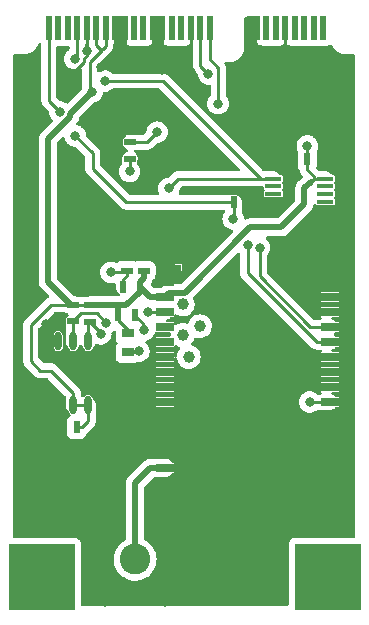
<source format=gbr>
G04 #@! TF.GenerationSoftware,KiCad,Pcbnew,(5.99.0-9801-g46d71f0d23)*
G04 #@! TF.CreationDate,2021-03-16T23:05:54+01:00*
G04 #@! TF.ProjectId,lorawan_e78-868ln22s_minipci,6c6f7261-7761-46e5-9f65-37382d383638,V1.0*
G04 #@! TF.SameCoordinates,Original*
G04 #@! TF.FileFunction,Copper,L1,Top*
G04 #@! TF.FilePolarity,Positive*
%FSLAX46Y46*%
G04 Gerber Fmt 4.6, Leading zero omitted, Abs format (unit mm)*
G04 Created by KiCad (PCBNEW (5.99.0-9801-g46d71f0d23)) date 2021-03-16 23:05:54*
%MOMM*%
%LPD*%
G01*
G04 APERTURE LIST*
G04 #@! TA.AperFunction,ComponentPad*
%ADD10R,5.600000X5.600000*%
G04 #@! TD*
G04 #@! TA.AperFunction,SMDPad,CuDef*
%ADD11R,0.600000X2.000000*%
G04 #@! TD*
G04 #@! TA.AperFunction,ComponentPad*
%ADD12C,2.600000*%
G04 #@! TD*
G04 #@! TA.AperFunction,ComponentPad*
%ADD13C,3.000000*%
G04 #@! TD*
G04 #@! TA.AperFunction,SMDPad,CuDef*
%ADD14R,0.600000X0.600000*%
G04 #@! TD*
G04 #@! TA.AperFunction,SMDPad,CuDef*
%ADD15R,1.500000X0.800000*%
G04 #@! TD*
G04 #@! TA.AperFunction,SMDPad,CuDef*
%ADD16C,1.000000*%
G04 #@! TD*
G04 #@! TA.AperFunction,SMDPad,CuDef*
%ADD17R,1.000000X0.600000*%
G04 #@! TD*
G04 #@! TA.AperFunction,SMDPad,CuDef*
%ADD18R,0.600000X1.000000*%
G04 #@! TD*
G04 #@! TA.AperFunction,SMDPad,CuDef*
%ADD19R,1.000000X0.800000*%
G04 #@! TD*
G04 #@! TA.AperFunction,SMDPad,CuDef*
%ADD20O,0.600000X1.550000*%
G04 #@! TD*
G04 #@! TA.AperFunction,SMDPad,CuDef*
%ADD21R,1.450000X0.450000*%
G04 #@! TD*
G04 #@! TA.AperFunction,ViaPad*
%ADD22C,0.800000*%
G04 #@! TD*
G04 #@! TA.AperFunction,Conductor*
%ADD23C,0.508000*%
G04 #@! TD*
G04 #@! TA.AperFunction,Conductor*
%ADD24C,0.254000*%
G04 #@! TD*
G04 #@! TA.AperFunction,Conductor*
%ADD25C,0.250000*%
G04 #@! TD*
G04 APERTURE END LIST*
D10*
X141037843Y-117317433D03*
X165237843Y-117317433D03*
D11*
X164837843Y-70817433D03*
X164037843Y-70817433D03*
X163237843Y-70817433D03*
X162437843Y-70817433D03*
X161637843Y-70817433D03*
X160837843Y-70817433D03*
X160037843Y-70817433D03*
X159237843Y-70817433D03*
X155237843Y-70817433D03*
X154437843Y-70817433D03*
X153637843Y-70817433D03*
X152837843Y-70817433D03*
X152037843Y-70817433D03*
X151237843Y-70817433D03*
X150437843Y-70817433D03*
X149637843Y-70817433D03*
X148837843Y-70817433D03*
X148037843Y-70817433D03*
X147237843Y-70817433D03*
X146437843Y-70817433D03*
X145637843Y-70817433D03*
X144837843Y-70817433D03*
X144037843Y-70817433D03*
X143237843Y-70817433D03*
X142437843Y-70817433D03*
X141637843Y-70817433D03*
D12*
X148930000Y-115810000D03*
D13*
X146390000Y-113270000D03*
X146390000Y-118350000D03*
X151470000Y-118350000D03*
X151470000Y-113270000D03*
D14*
X152600000Y-91120000D03*
D15*
X151450000Y-92340000D03*
X151450000Y-93610000D03*
X151450000Y-94880000D03*
X151450000Y-96150000D03*
X151450000Y-97420000D03*
X151450000Y-98690000D03*
X151450000Y-99960000D03*
X151450000Y-101230000D03*
X151450000Y-102500000D03*
X151450000Y-106800000D03*
X151450000Y-108070000D03*
X151450000Y-109340000D03*
X165450000Y-109340000D03*
X165450000Y-108070000D03*
X165450000Y-106800000D03*
X165450000Y-102500000D03*
X165450000Y-101230000D03*
X165450000Y-99960000D03*
X165450000Y-98690000D03*
X165450000Y-97420000D03*
X165450000Y-96150000D03*
X165450000Y-94880000D03*
X165450000Y-93610000D03*
X165450000Y-92340000D03*
D16*
X153470000Y-98680000D03*
X152950000Y-96830000D03*
X154410000Y-96090000D03*
X152950000Y-94240000D03*
D17*
X148230000Y-91390000D03*
X148230000Y-89990000D03*
X149660000Y-91390000D03*
X149660000Y-89990000D03*
D18*
X149320000Y-92750000D03*
X147920000Y-92750000D03*
D19*
X148310000Y-98280000D03*
X148310000Y-96680000D03*
D17*
X143690000Y-94280000D03*
X143690000Y-95680000D03*
X145090000Y-94290000D03*
X145090000Y-95690000D03*
D18*
X147480000Y-95160000D03*
X148880000Y-95160000D03*
X157330000Y-85570000D03*
X158730000Y-85570000D03*
D20*
X144955000Y-97350000D03*
X143685000Y-97350000D03*
X142415000Y-97350000D03*
X141145000Y-97350000D03*
X141145000Y-102750000D03*
X142415000Y-102750000D03*
X143685000Y-102750000D03*
X144955000Y-102750000D03*
D21*
X160640000Y-83595000D03*
X160640000Y-84245000D03*
X160640000Y-84895000D03*
X160640000Y-85545000D03*
X165040000Y-85545000D03*
X165040000Y-84895000D03*
X165040000Y-84245000D03*
X165040000Y-83595000D03*
D18*
X163500000Y-81950000D03*
X162100000Y-81950000D03*
X143970000Y-104650000D03*
X142570000Y-104650000D03*
D17*
X148510000Y-81890000D03*
X148510000Y-80490000D03*
D22*
X145320000Y-76220000D03*
X163510000Y-80810000D03*
X148890000Y-104360000D03*
X150160000Y-104360000D03*
X151430000Y-104360000D03*
X152700000Y-104360000D03*
X153970000Y-104360000D03*
X155240000Y-104360000D03*
X156510000Y-104360000D03*
X157780000Y-104360000D03*
X159050000Y-104360000D03*
X160320000Y-104360000D03*
X161590000Y-104360000D03*
X162860000Y-104360000D03*
X164130000Y-104360000D03*
X165400000Y-104360000D03*
X166670000Y-104360000D03*
X146590000Y-105620000D03*
X146590000Y-106890000D03*
X146590000Y-108160000D03*
X146590000Y-109430000D03*
X146590000Y-110700000D03*
X154520000Y-112910000D03*
X155790000Y-112910000D03*
X157060000Y-112910000D03*
X158330000Y-112910000D03*
X159600000Y-112910000D03*
X160870000Y-112910000D03*
X162140000Y-112910000D03*
X163410000Y-112910000D03*
X164680000Y-112910000D03*
X165950000Y-112910000D03*
X146590000Y-104350000D03*
X154190000Y-80380000D03*
X144837843Y-72812157D03*
X162281613Y-73287098D03*
X147460000Y-76790000D03*
X164470000Y-88860000D03*
X151238990Y-74429981D03*
X153290000Y-88720000D03*
X146590000Y-88790000D03*
X148512833Y-74333417D03*
X139470000Y-76030000D03*
X141110000Y-101050000D03*
X149610000Y-87140000D03*
X142950000Y-86420000D03*
X160730000Y-79240000D03*
X143850000Y-75050000D03*
X160660000Y-76620000D03*
X153590000Y-87310000D03*
X166510000Y-76640000D03*
X146560000Y-86900000D03*
X155120000Y-82280000D03*
X166560000Y-79600000D03*
X143180000Y-88600000D03*
X146120000Y-78340000D03*
X166320000Y-89470000D03*
X146060000Y-74170000D03*
X141360000Y-95880000D03*
X163330000Y-91760000D03*
X152860000Y-82230000D03*
X143270000Y-90910000D03*
X158300000Y-95500000D03*
X139680000Y-86220000D03*
X143350000Y-83080000D03*
X159710000Y-74650000D03*
X149640000Y-89020000D03*
X156570000Y-93870000D03*
X139640000Y-89810000D03*
X139540000Y-81860000D03*
X147620000Y-104360000D03*
X153668355Y-74587128D03*
X162040000Y-75960000D03*
X146070000Y-98410000D03*
X163710000Y-102490000D03*
X146890000Y-91520000D03*
X148460000Y-82970000D03*
X150060000Y-94900000D03*
X150800000Y-79640000D03*
X158454080Y-89193674D03*
X155950000Y-77240000D03*
X155140000Y-74710000D03*
X159467010Y-89423628D03*
X146490000Y-95770000D03*
X146020000Y-96740000D03*
X143840000Y-73420000D03*
X149710000Y-96390000D03*
X151790000Y-84400000D03*
X146360000Y-75320000D03*
X142570000Y-77940000D03*
X157230089Y-86990089D03*
X149250000Y-98190000D03*
X143860000Y-79960000D03*
D23*
X143424001Y-78349921D02*
X143424001Y-78115999D01*
X151774011Y-93285989D02*
X153124011Y-93285989D01*
X161281998Y-87718002D02*
X163270000Y-85730000D01*
D24*
X147520000Y-94290000D02*
X147520000Y-95120000D01*
X164054198Y-83394198D02*
X163500000Y-82840000D01*
D23*
X141540000Y-80233922D02*
X143424001Y-78349921D01*
X149660000Y-92000000D02*
X149320000Y-92340000D01*
D24*
X143685000Y-101721000D02*
X143685000Y-102750000D01*
X141804000Y-99840000D02*
X143685000Y-101721000D01*
X145070000Y-75970000D02*
X145320000Y-76220000D01*
X140090000Y-99030000D02*
X140900000Y-99840000D01*
X164255000Y-83595000D02*
X165040000Y-83595000D01*
D23*
X147480000Y-95160000D02*
X147480000Y-94370000D01*
D24*
X147480000Y-95160000D02*
X147480000Y-95590000D01*
D23*
X158691998Y-87718002D02*
X161281998Y-87718002D01*
D24*
X148310000Y-96420000D02*
X148310000Y-96680000D01*
D23*
X163270000Y-84379198D02*
X163806999Y-83842199D01*
X141540000Y-92330000D02*
X141540000Y-80233922D01*
D24*
X163500000Y-81950000D02*
X163500000Y-82840000D01*
D23*
X143424001Y-78115999D02*
X145320000Y-76220000D01*
D24*
X143690000Y-94280000D02*
X141804116Y-94280000D01*
X144955000Y-104145000D02*
X144450000Y-104650000D01*
X140090000Y-95994116D02*
X140090000Y-99030000D01*
X146230000Y-72580000D02*
X145930000Y-72580000D01*
X147520000Y-95120000D02*
X147480000Y-95160000D01*
D23*
X153124011Y-93285989D02*
X158691998Y-87718002D01*
D24*
X147520000Y-94290000D02*
X146795962Y-94290000D01*
X146437843Y-72372157D02*
X146230000Y-72580000D01*
X145080000Y-94280000D02*
X145090000Y-94290000D01*
D23*
X149320000Y-92750000D02*
X149320000Y-93160000D01*
X148190000Y-94290000D02*
X147560000Y-94290000D01*
X163270000Y-85730000D02*
X163270000Y-84379198D01*
X149320000Y-93160000D02*
X148190000Y-94290000D01*
X151450000Y-93610000D02*
X150180000Y-93610000D01*
D24*
X163500000Y-81950000D02*
X163500000Y-80820000D01*
D23*
X143490000Y-94280000D02*
X141540000Y-92330000D01*
X143690000Y-94280000D02*
X143490000Y-94280000D01*
X147480000Y-94370000D02*
X147560000Y-94290000D01*
D24*
X145980000Y-72580000D02*
X146110000Y-72710000D01*
X145637843Y-72287843D02*
X145637843Y-70817433D01*
D23*
X151450000Y-93610000D02*
X151774011Y-93285989D01*
D24*
X145290000Y-94290000D02*
X145090000Y-94290000D01*
X145930000Y-72580000D02*
X145980000Y-72580000D01*
X146110000Y-72710000D02*
X145070000Y-73750000D01*
X140900000Y-99840000D02*
X141804000Y-99840000D01*
X144955000Y-102750000D02*
X143685000Y-102750000D01*
X144450000Y-104650000D02*
X143970000Y-104650000D01*
D23*
X149320000Y-92340000D02*
X149320000Y-92750000D01*
D24*
X145070000Y-73750000D02*
X145070000Y-75970000D01*
X143690000Y-94280000D02*
X145080000Y-94280000D01*
X147480000Y-95590000D02*
X148310000Y-96420000D01*
D23*
X147560000Y-94290000D02*
X145290000Y-94290000D01*
D24*
X164054198Y-83595000D02*
X164054198Y-83394198D01*
X163500000Y-80820000D02*
X163510000Y-80810000D01*
X144955000Y-102750000D02*
X144955000Y-104145000D01*
D23*
X150180000Y-93610000D02*
X149320000Y-92750000D01*
D24*
X141804116Y-94280000D02*
X140090000Y-95994116D01*
X163270000Y-84379198D02*
X164054198Y-83595000D01*
X164054198Y-83595000D02*
X164255000Y-83595000D01*
X145930000Y-72580000D02*
X145637843Y-72287843D01*
X148190000Y-94290000D02*
X147520000Y-94290000D01*
X146437843Y-70817433D02*
X146437843Y-72372157D01*
D23*
X149660000Y-91400000D02*
X149660000Y-92000000D01*
D24*
X150437843Y-70817433D02*
X150437843Y-72408407D01*
X162210000Y-84960802D02*
X162210000Y-82060000D01*
X142415000Y-102750000D02*
X141145000Y-102750000D01*
X144567001Y-73748961D02*
X143850000Y-74465962D01*
X141145000Y-101085000D02*
X141110000Y-101050000D01*
X142570000Y-104650000D02*
X142570000Y-103990000D01*
X144837843Y-73143721D02*
X144567001Y-73414563D01*
X148240000Y-90000000D02*
X148230000Y-89990000D01*
X150960000Y-90000000D02*
X151450000Y-90490000D01*
X141145000Y-96095000D02*
X141360000Y-95880000D01*
X149660000Y-89040000D02*
X149640000Y-89020000D01*
X143850000Y-74465962D02*
X143850000Y-75050000D01*
X144837843Y-72812157D02*
X144837843Y-73143721D01*
X149660000Y-90000000D02*
X148240000Y-90000000D01*
X141145000Y-97350000D02*
X141145000Y-96095000D01*
X150437843Y-72408407D02*
X148512833Y-74333417D01*
X161637843Y-70817433D02*
X161637843Y-72643328D01*
X149660000Y-90000000D02*
X150960000Y-90000000D01*
X153637843Y-70817433D02*
X153637843Y-74556616D01*
X148037843Y-70817433D02*
X148037843Y-73858427D01*
X142570000Y-103990000D02*
X142415000Y-103835000D01*
X148037843Y-73858427D02*
X148512833Y-74333417D01*
X161625802Y-85545000D02*
X162210000Y-84960802D01*
X160640000Y-85545000D02*
X158755000Y-85545000D01*
X147237843Y-72992157D02*
X146060000Y-74170000D01*
X144837843Y-70817433D02*
X144837843Y-72812157D01*
X142415000Y-103835000D02*
X142415000Y-102750000D01*
X149660000Y-90000000D02*
X149660000Y-89040000D01*
X151450000Y-92340000D02*
X151450000Y-90900000D01*
X144567001Y-73414563D02*
X144567001Y-73748961D01*
X160640000Y-85545000D02*
X161625802Y-85545000D01*
X141145000Y-102750000D02*
X141145000Y-101085000D01*
X151450000Y-90490000D02*
X151450000Y-90900000D01*
X158755000Y-85545000D02*
X158730000Y-85570000D01*
X162210000Y-82060000D02*
X162100000Y-81950000D01*
X147237843Y-70817433D02*
X147237843Y-72992157D01*
X151237843Y-74428834D02*
X151238990Y-74429981D01*
X153637843Y-74556616D02*
X153668355Y-74587128D01*
X151237843Y-70817433D02*
X151237843Y-74428834D01*
X161637843Y-72643328D02*
X162281613Y-73287098D01*
D23*
X151450000Y-108070000D02*
X150220000Y-108070000D01*
X148930000Y-109360000D02*
X148930000Y-115810000D01*
X150220000Y-108070000D02*
X148930000Y-109360000D01*
D24*
X148460000Y-81940000D02*
X148510000Y-81890000D01*
X147920000Y-92750000D02*
X147920000Y-92110000D01*
X146890000Y-91520000D02*
X148100000Y-91520000D01*
X148230000Y-91800000D02*
X148230000Y-91390000D01*
X147920000Y-92110000D02*
X148230000Y-91800000D01*
X163720000Y-102500000D02*
X163710000Y-102490000D01*
X148100000Y-91520000D02*
X148230000Y-91390000D01*
X148460000Y-82970000D02*
X148460000Y-81940000D01*
X165450000Y-102500000D02*
X163720000Y-102500000D01*
X151450000Y-94880000D02*
X150080000Y-94880000D01*
X150080000Y-94880000D02*
X150060000Y-94900000D01*
X148510000Y-80490000D02*
X149950000Y-80490000D01*
X149950000Y-80490000D02*
X150800000Y-79640000D01*
X158454080Y-91572516D02*
X158454080Y-89193674D01*
X164301564Y-97420000D02*
X158454080Y-91572516D01*
D25*
X155960000Y-77230000D02*
X155950000Y-77240000D01*
D24*
X165450000Y-97420000D02*
X164301564Y-97420000D01*
D25*
X155237843Y-73487843D02*
X155960000Y-74210000D01*
X155960000Y-74210000D02*
X155960000Y-77230000D01*
X155237843Y-70817433D02*
X155237843Y-73487843D01*
D24*
X155140000Y-74710000D02*
X154437843Y-74007843D01*
X163750000Y-96150000D02*
X159467010Y-91867010D01*
X159467010Y-91867010D02*
X159467010Y-89423628D01*
X165450000Y-96150000D02*
X163750000Y-96150000D01*
X154437843Y-74007843D02*
X154437843Y-70817433D01*
X143685000Y-95685000D02*
X143690000Y-95680000D01*
D25*
X143690000Y-95680000D02*
X144380000Y-94990000D01*
D24*
X143685000Y-97350000D02*
X143685000Y-95685000D01*
D25*
X144380000Y-94990000D02*
X145710000Y-94990000D01*
X145710000Y-94990000D02*
X146490000Y-95770000D01*
D24*
X144955000Y-97350000D02*
X144955000Y-95825000D01*
X144955000Y-95825000D02*
X145090000Y-95690000D01*
D25*
X146020000Y-96620000D02*
X146020000Y-96740000D01*
X145090000Y-95690000D02*
X146020000Y-96620000D01*
D24*
X149710000Y-95990000D02*
X148880000Y-95160000D01*
D25*
X159555000Y-83595000D02*
X154230000Y-78270000D01*
X152595000Y-83595000D02*
X151790000Y-84400000D01*
X154230000Y-78270000D02*
X151280000Y-75320000D01*
X159555000Y-83595000D02*
X152595000Y-83595000D01*
X160640000Y-83595000D02*
X159555000Y-83595000D01*
X143840000Y-73420000D02*
X144037843Y-73222157D01*
D24*
X149710000Y-96390000D02*
X149710000Y-95990000D01*
D25*
X144037843Y-73222157D02*
X144037843Y-70817433D01*
X151280000Y-75320000D02*
X146360000Y-75320000D01*
X145334989Y-81434989D02*
X145334989Y-82734989D01*
D24*
X157330000Y-85570000D02*
X157330000Y-86890178D01*
D25*
X141637843Y-70817433D02*
X141637843Y-77007843D01*
D24*
X157330000Y-86890178D02*
X157230089Y-86990089D01*
D25*
X145334989Y-82734989D02*
X148170000Y-85570000D01*
X148170000Y-85570000D02*
X157330000Y-85570000D01*
X143860000Y-79960000D02*
X145334989Y-81434989D01*
D24*
X149160000Y-98280000D02*
X149250000Y-98190000D01*
D25*
X141637843Y-77007843D02*
X142570000Y-77940000D01*
D24*
X148310000Y-98280000D02*
X149160000Y-98280000D01*
G04 #@! TA.AperFunction,Conductor*
G36*
X159037374Y-69843095D02*
G01*
X159098393Y-69843118D01*
X159166504Y-69863146D01*
X159212977Y-69916819D01*
X159224343Y-69969118D01*
X159224343Y-71817433D01*
X159229570Y-71890512D01*
X159270747Y-72030749D01*
X159275618Y-72038328D01*
X159344894Y-72146124D01*
X159344896Y-72146127D01*
X159349766Y-72153704D01*
X159356576Y-72159605D01*
X159453412Y-72243515D01*
X159453415Y-72243517D01*
X159460224Y-72249417D01*
X159468422Y-72253161D01*
X159558134Y-72294131D01*
X159593173Y-72310133D01*
X159602088Y-72311415D01*
X159602089Y-72311415D01*
X159733395Y-72330294D01*
X159733402Y-72330295D01*
X159737843Y-72330933D01*
X160337843Y-72330933D01*
X160410922Y-72325706D01*
X160417405Y-72323802D01*
X160424047Y-72322604D01*
X160424295Y-72323981D01*
X160467821Y-72320866D01*
X160533384Y-72330293D01*
X160533399Y-72330294D01*
X160537843Y-72330933D01*
X161137843Y-72330933D01*
X161210922Y-72325706D01*
X161318059Y-72294248D01*
X161342513Y-72287068D01*
X161342515Y-72287067D01*
X161351159Y-72284529D01*
X161429545Y-72234153D01*
X161466534Y-72210382D01*
X161466537Y-72210380D01*
X161474114Y-72205510D01*
X161482409Y-72195938D01*
X161541275Y-72128003D01*
X161601001Y-72089619D01*
X161671997Y-72089619D01*
X161731723Y-72128003D01*
X161742495Y-72142391D01*
X161744893Y-72146122D01*
X161749766Y-72153704D01*
X161756576Y-72159605D01*
X161853412Y-72243515D01*
X161853415Y-72243517D01*
X161860224Y-72249417D01*
X161868422Y-72253161D01*
X161958134Y-72294131D01*
X161993173Y-72310133D01*
X162002088Y-72311415D01*
X162002089Y-72311415D01*
X162133395Y-72330294D01*
X162133402Y-72330295D01*
X162137843Y-72330933D01*
X162737843Y-72330933D01*
X162810922Y-72325706D01*
X162817405Y-72323802D01*
X162824047Y-72322604D01*
X162824295Y-72323981D01*
X162867821Y-72320866D01*
X162933384Y-72330293D01*
X162933399Y-72330294D01*
X162937843Y-72330933D01*
X163537843Y-72330933D01*
X163610922Y-72325706D01*
X163617405Y-72323802D01*
X163624047Y-72322604D01*
X163624295Y-72323981D01*
X163667821Y-72320866D01*
X163733384Y-72330293D01*
X163733399Y-72330294D01*
X163737843Y-72330933D01*
X164337843Y-72330933D01*
X164410922Y-72325706D01*
X164417405Y-72323802D01*
X164424047Y-72322604D01*
X164424295Y-72323981D01*
X164467821Y-72320866D01*
X164533384Y-72330293D01*
X164533399Y-72330294D01*
X164537843Y-72330933D01*
X165137843Y-72330933D01*
X165210922Y-72325706D01*
X165318059Y-72294248D01*
X165342513Y-72287068D01*
X165342515Y-72287067D01*
X165351159Y-72284529D01*
X165358737Y-72279659D01*
X165358739Y-72279658D01*
X165418076Y-72241524D01*
X165486197Y-72221522D01*
X165554318Y-72241524D01*
X165600326Y-72294131D01*
X165610922Y-72316781D01*
X165615168Y-72329122D01*
X165615331Y-72329059D01*
X165618557Y-72337438D01*
X165620562Y-72346186D01*
X165643575Y-72387350D01*
X165647714Y-72395426D01*
X165652198Y-72405011D01*
X165652203Y-72405020D01*
X165654101Y-72409077D01*
X165656558Y-72412829D01*
X165656560Y-72412832D01*
X165662749Y-72422282D01*
X165667320Y-72429825D01*
X165676494Y-72446235D01*
X165685107Y-72457237D01*
X165691290Y-72465861D01*
X165715244Y-72502436D01*
X165722070Y-72508262D01*
X165723369Y-72509736D01*
X165738856Y-72525891D01*
X165770624Y-72566470D01*
X165777538Y-72577546D01*
X165777683Y-72577448D01*
X165782706Y-72584884D01*
X165786627Y-72592961D01*
X165792656Y-72599612D01*
X165792659Y-72599616D01*
X165818307Y-72627909D01*
X165824166Y-72634861D01*
X165828233Y-72640055D01*
X165833439Y-72646705D01*
X165836674Y-72649806D01*
X165836679Y-72649812D01*
X165844830Y-72657626D01*
X165850982Y-72663952D01*
X165860337Y-72674272D01*
X165860341Y-72674276D01*
X165863611Y-72677883D01*
X165874475Y-72686667D01*
X165882433Y-72693677D01*
X165913996Y-72723937D01*
X165921957Y-72728080D01*
X165923541Y-72729216D01*
X165942276Y-72741488D01*
X165982347Y-72773887D01*
X165991575Y-72783127D01*
X165991694Y-72782999D01*
X165998258Y-72789114D01*
X166003896Y-72796106D01*
X166042609Y-72823033D01*
X166049880Y-72828489D01*
X166061589Y-72837957D01*
X166075162Y-72846051D01*
X166082562Y-72850823D01*
X166097994Y-72861557D01*
X166102363Y-72863685D01*
X166102366Y-72863687D01*
X166110543Y-72867670D01*
X166119894Y-72872724D01*
X166149729Y-72890515D01*
X166149732Y-72890516D01*
X166157441Y-72895113D01*
X166166132Y-72897362D01*
X166167947Y-72898119D01*
X166188949Y-72905863D01*
X166235266Y-72928425D01*
X166246333Y-72935355D01*
X166246420Y-72935204D01*
X166254199Y-72939693D01*
X166261258Y-72945235D01*
X166269589Y-72948573D01*
X166269592Y-72948575D01*
X166305031Y-72962775D01*
X166313339Y-72966457D01*
X166326879Y-72973052D01*
X166341907Y-72977883D01*
X166350201Y-72980874D01*
X166363133Y-72986056D01*
X166363142Y-72986059D01*
X166367657Y-72987868D01*
X166381256Y-72991004D01*
X166391497Y-72993825D01*
X166424578Y-73004461D01*
X166424585Y-73004462D01*
X166433123Y-73007207D01*
X166442093Y-73007445D01*
X166444017Y-73007773D01*
X166466235Y-73010600D01*
X166512386Y-73021243D01*
X166514138Y-73021647D01*
X166523896Y-73024414D01*
X166531170Y-73028092D01*
X166539994Y-73029731D01*
X166539995Y-73029731D01*
X166542876Y-73030266D01*
X166584573Y-73038009D01*
X166589830Y-73039103D01*
X166615743Y-73045078D01*
X166622184Y-73045623D01*
X166634546Y-73047290D01*
X166637678Y-73047871D01*
X166639093Y-73048134D01*
X166639096Y-73048134D01*
X166643866Y-73049020D01*
X166668623Y-73049742D01*
X166675508Y-73050134D01*
X166726945Y-73054486D01*
X166735738Y-73052703D01*
X166741778Y-73052353D01*
X166752733Y-73052196D01*
X166784831Y-73053132D01*
X166807685Y-73053799D01*
X166853061Y-73048646D01*
X166867023Y-73047841D01*
X166978215Y-73047618D01*
X167433590Y-73046705D01*
X167501751Y-73066571D01*
X167548351Y-73120133D01*
X167559843Y-73172705D01*
X167559843Y-113877933D01*
X167539841Y-113946054D01*
X167486185Y-113992547D01*
X167433843Y-114003933D01*
X162437843Y-114003933D01*
X162364764Y-114009160D01*
X162311727Y-114024733D01*
X162233173Y-114047798D01*
X162233171Y-114047799D01*
X162224527Y-114050337D01*
X162216948Y-114055208D01*
X162109152Y-114124484D01*
X162109149Y-114124486D01*
X162101572Y-114129356D01*
X162095671Y-114136166D01*
X162011761Y-114233002D01*
X162011759Y-114233005D01*
X162005859Y-114239814D01*
X161945143Y-114372763D01*
X161943861Y-114381678D01*
X161943861Y-114381679D01*
X161924982Y-114512985D01*
X161924981Y-114512992D01*
X161924343Y-114517433D01*
X161924343Y-119653433D01*
X161904341Y-119721554D01*
X161850685Y-119768047D01*
X161798343Y-119779433D01*
X144477343Y-119779433D01*
X144409222Y-119759431D01*
X144362729Y-119705775D01*
X144351343Y-119653433D01*
X144351343Y-115762528D01*
X147117121Y-115762528D01*
X147130018Y-116031010D01*
X147130931Y-116035600D01*
X147157974Y-116171554D01*
X147182456Y-116294637D01*
X147184035Y-116299035D01*
X147184037Y-116299042D01*
X147231147Y-116430254D01*
X147273285Y-116547617D01*
X147400510Y-116784393D01*
X147403301Y-116788130D01*
X147403305Y-116788137D01*
X147484944Y-116897464D01*
X147561334Y-116999763D01*
X147564643Y-117003043D01*
X147564648Y-117003049D01*
X147748909Y-117185708D01*
X147752226Y-117188996D01*
X147755988Y-117191754D01*
X147755991Y-117191757D01*
X147868339Y-117274134D01*
X147968991Y-117347935D01*
X147973122Y-117350109D01*
X147973123Y-117350109D01*
X148202734Y-117470913D01*
X148202740Y-117470915D01*
X148206869Y-117473088D01*
X148211276Y-117474627D01*
X148211283Y-117474630D01*
X148456216Y-117560164D01*
X148460632Y-117561706D01*
X148724706Y-117611843D01*
X148852198Y-117616852D01*
X148988622Y-117622212D01*
X148988627Y-117622212D01*
X148993290Y-117622395D01*
X149077656Y-117613156D01*
X149255831Y-117593643D01*
X149255837Y-117593642D01*
X149260484Y-117593133D01*
X149385709Y-117560164D01*
X149515895Y-117525889D01*
X149515897Y-117525888D01*
X149520418Y-117524698D01*
X149636954Y-117474630D01*
X149763087Y-117420439D01*
X149763089Y-117420438D01*
X149767381Y-117418594D01*
X149886028Y-117345173D01*
X149991976Y-117279611D01*
X149991980Y-117279608D01*
X149995949Y-117277152D01*
X150201099Y-117103480D01*
X150378325Y-116901392D01*
X150523735Y-116675327D01*
X150634133Y-116430254D01*
X150672381Y-116294637D01*
X150705824Y-116176053D01*
X150707093Y-116171554D01*
X150741015Y-115904911D01*
X150743500Y-115810000D01*
X150723580Y-115541948D01*
X150664259Y-115279784D01*
X150566838Y-115029268D01*
X150564520Y-115025212D01*
X150435779Y-114799961D01*
X150435777Y-114799959D01*
X150433460Y-114795904D01*
X150267052Y-114584817D01*
X150071273Y-114400646D01*
X149932127Y-114304117D01*
X149854259Y-114250098D01*
X149854254Y-114250095D01*
X149850421Y-114247436D01*
X149762771Y-114204212D01*
X149710522Y-114156143D01*
X149692500Y-114091206D01*
X149692500Y-109728028D01*
X149712502Y-109659907D01*
X149729405Y-109638933D01*
X150498933Y-108869405D01*
X150561245Y-108835379D01*
X150588028Y-108832500D01*
X151492886Y-108832500D01*
X151564201Y-108824186D01*
X151619293Y-108817763D01*
X151619296Y-108817762D01*
X151626563Y-108816915D01*
X151633438Y-108814419D01*
X151633440Y-108814419D01*
X151786779Y-108758759D01*
X151786780Y-108758759D01*
X151793655Y-108756263D01*
X151799772Y-108752252D01*
X151799775Y-108752251D01*
X151936194Y-108662811D01*
X151936195Y-108662810D01*
X151942313Y-108658799D01*
X152064561Y-108529751D01*
X152065718Y-108530847D01*
X152115638Y-108493456D01*
X152159703Y-108485500D01*
X152200000Y-108485500D01*
X152205932Y-108484320D01*
X152210960Y-108480960D01*
X152214320Y-108475932D01*
X152215500Y-108470000D01*
X152215500Y-108046532D01*
X152215742Y-108038730D01*
X152215923Y-108035806D01*
X152216377Y-108028495D01*
X152216228Y-108027626D01*
X152217226Y-108023391D01*
X152215500Y-108023391D01*
X152215500Y-107670000D01*
X152214320Y-107664068D01*
X152210960Y-107659040D01*
X152205932Y-107655680D01*
X152200000Y-107654500D01*
X152154462Y-107654500D01*
X152086341Y-107634498D01*
X152052981Y-107603183D01*
X152015657Y-107552467D01*
X152015655Y-107552465D01*
X152011314Y-107546566D01*
X152005736Y-107541827D01*
X152005733Y-107541824D01*
X151881422Y-107436214D01*
X151881418Y-107436211D01*
X151875843Y-107431475D01*
X151717529Y-107350636D01*
X151710420Y-107348896D01*
X151710416Y-107348895D01*
X151615142Y-107325582D01*
X151544864Y-107308385D01*
X151539267Y-107308038D01*
X151539262Y-107308037D01*
X151532539Y-107307620D01*
X151532526Y-107307620D01*
X151530598Y-107307500D01*
X150286106Y-107307500D01*
X150267156Y-107306067D01*
X150254019Y-107304068D01*
X150254015Y-107304068D01*
X150246785Y-107302968D01*
X150239493Y-107303561D01*
X150239490Y-107303561D01*
X150196169Y-107307085D01*
X150185954Y-107307500D01*
X150177114Y-107307500D01*
X150147076Y-107311002D01*
X150142738Y-107311431D01*
X150111334Y-107313986D01*
X150076910Y-107316785D01*
X150076907Y-107316786D01*
X150069611Y-107317379D01*
X150062648Y-107319635D01*
X150056636Y-107320836D01*
X150050707Y-107322237D01*
X150043437Y-107323085D01*
X149974439Y-107348130D01*
X149970308Y-107349548D01*
X149900504Y-107372162D01*
X149894242Y-107375961D01*
X149888671Y-107378512D01*
X149883226Y-107381239D01*
X149876345Y-107383737D01*
X149814967Y-107423978D01*
X149811294Y-107426295D01*
X149748535Y-107464378D01*
X149744333Y-107468089D01*
X149744328Y-107468093D01*
X149739268Y-107472563D01*
X149736675Y-107474791D01*
X149733809Y-107477187D01*
X149727687Y-107481201D01*
X149722654Y-107486514D01*
X149678968Y-107532630D01*
X149676590Y-107535072D01*
X148437580Y-108774082D01*
X148423167Y-108786469D01*
X148412465Y-108794344D01*
X148412461Y-108794348D01*
X148406566Y-108798686D01*
X148401822Y-108804269D01*
X148401823Y-108804269D01*
X148373676Y-108837400D01*
X148366746Y-108844916D01*
X148360506Y-108851156D01*
X148346068Y-108869405D01*
X148341765Y-108874844D01*
X148338977Y-108878243D01*
X148291475Y-108934157D01*
X148288143Y-108940682D01*
X148284753Y-108945765D01*
X148281548Y-108950954D01*
X148277002Y-108956700D01*
X148273903Y-108963331D01*
X148245938Y-109023168D01*
X148244006Y-109027120D01*
X148210636Y-109092471D01*
X148208896Y-109099582D01*
X148206767Y-109105306D01*
X148204836Y-109111111D01*
X148201738Y-109117740D01*
X148200247Y-109124908D01*
X148186798Y-109189563D01*
X148185828Y-109193849D01*
X148169720Y-109259680D01*
X148168385Y-109265136D01*
X148167615Y-109277544D01*
X148167364Y-109280863D01*
X148167030Y-109284600D01*
X148165538Y-109291774D01*
X148165736Y-109299094D01*
X148165736Y-109299095D01*
X148167454Y-109362570D01*
X148167500Y-109365979D01*
X148167500Y-114089419D01*
X148147498Y-114157540D01*
X148094251Y-114203845D01*
X148050798Y-114223877D01*
X148046889Y-114226440D01*
X147829924Y-114368688D01*
X147829919Y-114368692D01*
X147826011Y-114371254D01*
X147822519Y-114374371D01*
X147657194Y-114521929D01*
X147625477Y-114550237D01*
X147453602Y-114756895D01*
X147314160Y-114986688D01*
X147312351Y-114991002D01*
X147312350Y-114991004D01*
X147296305Y-115029268D01*
X147210215Y-115234568D01*
X147209064Y-115239100D01*
X147209063Y-115239103D01*
X147197574Y-115284341D01*
X147144051Y-115495089D01*
X147117121Y-115762528D01*
X144351343Y-115762528D01*
X144351343Y-114517433D01*
X144346116Y-114444354D01*
X144304939Y-114304117D01*
X144255019Y-114226440D01*
X144230792Y-114188742D01*
X144230790Y-114188739D01*
X144225920Y-114181162D01*
X144197047Y-114156143D01*
X144122274Y-114091351D01*
X144122271Y-114091349D01*
X144115462Y-114085449D01*
X143982513Y-114024733D01*
X143973598Y-114023451D01*
X143973597Y-114023451D01*
X143842291Y-114004572D01*
X143842284Y-114004571D01*
X143837843Y-114003933D01*
X138701843Y-114003933D01*
X138633722Y-113983931D01*
X138587229Y-113930275D01*
X138575843Y-113877933D01*
X138575843Y-73172580D01*
X138595845Y-73104459D01*
X138649501Y-73057966D01*
X138702071Y-73046580D01*
X139409116Y-73047857D01*
X139424711Y-73048855D01*
X139431694Y-73049739D01*
X139459567Y-73053269D01*
X139459572Y-73053269D01*
X139464387Y-73053879D01*
X139469238Y-73053741D01*
X139469244Y-73053741D01*
X139504452Y-73052737D01*
X139523328Y-73052199D01*
X139533031Y-73052410D01*
X139540789Y-73054096D01*
X139549739Y-73053465D01*
X139549740Y-73053465D01*
X139595165Y-73050262D01*
X139600434Y-73050001D01*
X139623013Y-73049357D01*
X139623015Y-73049357D01*
X139627496Y-73049229D01*
X139631920Y-73048466D01*
X139631921Y-73048466D01*
X139633499Y-73048194D01*
X139646049Y-73046673D01*
X139655128Y-73046033D01*
X139659873Y-73044948D01*
X139659884Y-73044946D01*
X139679665Y-73040421D01*
X139686341Y-73039082D01*
X139737472Y-73030266D01*
X139745533Y-73026320D01*
X139750408Y-73024742D01*
X139761111Y-73021792D01*
X139761745Y-73021647D01*
X139802019Y-73012436D01*
X139814652Y-73010940D01*
X139814614Y-73010696D01*
X139823484Y-73009328D01*
X139832461Y-73009231D01*
X139848145Y-73004461D01*
X139878051Y-72995366D01*
X139886616Y-72993087D01*
X139897555Y-72990585D01*
X139897568Y-72990581D01*
X139901927Y-72989584D01*
X139906104Y-72987978D01*
X139906107Y-72987977D01*
X139916119Y-72984127D01*
X139924658Y-72981191D01*
X139942124Y-72975878D01*
X139955279Y-72969528D01*
X139964813Y-72965402D01*
X140006090Y-72949530D01*
X140013228Y-72944085D01*
X140016210Y-72942420D01*
X140033749Y-72931650D01*
X140077833Y-72910370D01*
X140089804Y-72906100D01*
X140089713Y-72905870D01*
X140098057Y-72902558D01*
X140106787Y-72900462D01*
X140148152Y-72876772D01*
X140155953Y-72872662D01*
X140170124Y-72865821D01*
X140182751Y-72857330D01*
X140190444Y-72852550D01*
X140206252Y-72843497D01*
X140217651Y-72834381D01*
X140226038Y-72828224D01*
X140255288Y-72808556D01*
X140255289Y-72808555D01*
X140262734Y-72803549D01*
X140268475Y-72796655D01*
X140270991Y-72794384D01*
X140285708Y-72779954D01*
X140323933Y-72749384D01*
X140334654Y-72742550D01*
X140334513Y-72742346D01*
X140341906Y-72737258D01*
X140349951Y-72733268D01*
X140381186Y-72704462D01*
X140384986Y-72700958D01*
X140391707Y-72695183D01*
X140397035Y-72690922D01*
X140403972Y-72685374D01*
X140414398Y-72674272D01*
X140420794Y-72667934D01*
X140434211Y-72655560D01*
X140443288Y-72644134D01*
X140450088Y-72636266D01*
X140469425Y-72615674D01*
X140474223Y-72610565D01*
X140474224Y-72610563D01*
X140480367Y-72604022D01*
X140484426Y-72596021D01*
X140486388Y-72593224D01*
X140497509Y-72575889D01*
X140527946Y-72537578D01*
X140536878Y-72528520D01*
X140536696Y-72528353D01*
X140542774Y-72521739D01*
X140549719Y-72516062D01*
X140554789Y-72508666D01*
X140554796Y-72508659D01*
X140576664Y-72476761D01*
X140581929Y-72469632D01*
X140588914Y-72460840D01*
X140588916Y-72460837D01*
X140591699Y-72457334D01*
X140599378Y-72444202D01*
X140604221Y-72436562D01*
X140611782Y-72425533D01*
X140614531Y-72421523D01*
X140620832Y-72408363D01*
X140625706Y-72399176D01*
X140627722Y-72395729D01*
X140648031Y-72360996D01*
X140650206Y-72352284D01*
X140651487Y-72349139D01*
X140658469Y-72329748D01*
X140679596Y-72285617D01*
X140686284Y-72274795D01*
X140686069Y-72274672D01*
X140690518Y-72266872D01*
X140696027Y-72259783D01*
X140700121Y-72249417D01*
X140713527Y-72215467D01*
X140717068Y-72207347D01*
X140723856Y-72193170D01*
X140725198Y-72188896D01*
X140725201Y-72188889D01*
X140725875Y-72186744D01*
X140726292Y-72186120D01*
X140726844Y-72184721D01*
X140727149Y-72184841D01*
X140765370Y-72127747D01*
X140830491Y-72099468D01*
X140900564Y-72110885D01*
X140941309Y-72141986D01*
X140944893Y-72146122D01*
X140949766Y-72153704D01*
X140956576Y-72159605D01*
X140956578Y-72159607D01*
X140960858Y-72163316D01*
X140999240Y-72223043D01*
X141004343Y-72258538D01*
X141004343Y-76929459D01*
X141003829Y-76940363D01*
X141002177Y-76947754D01*
X141002426Y-76955680D01*
X141002426Y-76955681D01*
X141004281Y-77014709D01*
X141004343Y-77018666D01*
X141004343Y-77047421D01*
X141004839Y-77051346D01*
X141004839Y-77051347D01*
X141004882Y-77051686D01*
X141005815Y-77063530D01*
X141007204Y-77107726D01*
X141009416Y-77115338D01*
X141012855Y-77127176D01*
X141016865Y-77146538D01*
X141019403Y-77166631D01*
X141022319Y-77173996D01*
X141022320Y-77174000D01*
X141035680Y-77207744D01*
X141039524Y-77218971D01*
X141051857Y-77261421D01*
X141055895Y-77268249D01*
X141062166Y-77278854D01*
X141070862Y-77296605D01*
X141075401Y-77308069D01*
X141078321Y-77315443D01*
X141082982Y-77321858D01*
X141104308Y-77351210D01*
X141110826Y-77361133D01*
X141133329Y-77399184D01*
X141133698Y-77399602D01*
X141147781Y-77413685D01*
X141160615Y-77428710D01*
X141172397Y-77444926D01*
X141206178Y-77472872D01*
X141214958Y-77480862D01*
X141622882Y-77888786D01*
X141656908Y-77951098D01*
X141659097Y-77964710D01*
X141676462Y-78129927D01*
X141678502Y-78136205D01*
X141678502Y-78136206D01*
X141682495Y-78148496D01*
X141735476Y-78311554D01*
X141830963Y-78476942D01*
X141835381Y-78481849D01*
X141835382Y-78481850D01*
X141934637Y-78592084D01*
X141965355Y-78656091D01*
X141956590Y-78726545D01*
X141930098Y-78765487D01*
X141047573Y-79648011D01*
X141033167Y-79660391D01*
X141022465Y-79668266D01*
X141022461Y-79668270D01*
X141016566Y-79672608D01*
X141011822Y-79678191D01*
X141011823Y-79678191D01*
X140983676Y-79711322D01*
X140976746Y-79718838D01*
X140970506Y-79725078D01*
X140951765Y-79748766D01*
X140948977Y-79752165D01*
X140901475Y-79808079D01*
X140898143Y-79814604D01*
X140894753Y-79819687D01*
X140891548Y-79824876D01*
X140887002Y-79830622D01*
X140875843Y-79854500D01*
X140855938Y-79897090D01*
X140854006Y-79901042D01*
X140820636Y-79966393D01*
X140818896Y-79973504D01*
X140816767Y-79979228D01*
X140814836Y-79985033D01*
X140811738Y-79991662D01*
X140810247Y-79998830D01*
X140796798Y-80063485D01*
X140795828Y-80067771D01*
X140789016Y-80095610D01*
X140778385Y-80139058D01*
X140777615Y-80151466D01*
X140777364Y-80154785D01*
X140777030Y-80158522D01*
X140775538Y-80165696D01*
X140775736Y-80173016D01*
X140775736Y-80173017D01*
X140777454Y-80236492D01*
X140777500Y-80239901D01*
X140777500Y-92263888D01*
X140776067Y-92282836D01*
X140772967Y-92303215D01*
X140773560Y-92310507D01*
X140773560Y-92310510D01*
X140777085Y-92353843D01*
X140777500Y-92364058D01*
X140777500Y-92372886D01*
X140777922Y-92376508D01*
X140777923Y-92376521D01*
X140780997Y-92402888D01*
X140781428Y-92407246D01*
X140787378Y-92480389D01*
X140789632Y-92487347D01*
X140790826Y-92493325D01*
X140792237Y-92499295D01*
X140793085Y-92506563D01*
X140818127Y-92575553D01*
X140819544Y-92579681D01*
X140839073Y-92639963D01*
X140842161Y-92649496D01*
X140845957Y-92655752D01*
X140848493Y-92661290D01*
X140851240Y-92666777D01*
X140853737Y-92673655D01*
X140857750Y-92679775D01*
X140857750Y-92679776D01*
X140860576Y-92684086D01*
X140872651Y-92702503D01*
X140893954Y-92734996D01*
X140896301Y-92738716D01*
X140927167Y-92789580D01*
X140934378Y-92801464D01*
X140938090Y-92805667D01*
X140938095Y-92805674D01*
X140942561Y-92810731D01*
X140944779Y-92813312D01*
X140947191Y-92816197D01*
X140951201Y-92822313D01*
X140958751Y-92829465D01*
X141002630Y-92871032D01*
X141005072Y-92873410D01*
X141611483Y-93479821D01*
X141645509Y-93542133D01*
X141640444Y-93612948D01*
X141597897Y-93669784D01*
X141564471Y-93686455D01*
X141564629Y-93686819D01*
X141557917Y-93689723D01*
X141557534Y-93689914D01*
X141549743Y-93692178D01*
X141542920Y-93696213D01*
X141542918Y-93696214D01*
X141532223Y-93702539D01*
X141514476Y-93711234D01*
X141495553Y-93718726D01*
X141489137Y-93723387D01*
X141489136Y-93723388D01*
X141459667Y-93744799D01*
X141449743Y-93751318D01*
X141416667Y-93770878D01*
X141416658Y-93770885D01*
X141411549Y-93773906D01*
X141410940Y-93774443D01*
X141396898Y-93788485D01*
X141381865Y-93801325D01*
X141365664Y-93813096D01*
X141337726Y-93846867D01*
X141329737Y-93855646D01*
X139696137Y-95489246D01*
X139688104Y-95496557D01*
X139681730Y-95500602D01*
X139654933Y-95529138D01*
X139636061Y-95549235D01*
X139633306Y-95552077D01*
X139612646Y-95572737D01*
X139610221Y-95575863D01*
X139610215Y-95575870D01*
X139609904Y-95576272D01*
X139602194Y-95585299D01*
X139571825Y-95617640D01*
X139562023Y-95635470D01*
X139551170Y-95651992D01*
X139538694Y-95668075D01*
X139524727Y-95700351D01*
X139521071Y-95708799D01*
X139515854Y-95719448D01*
X139494478Y-95758332D01*
X139492507Y-95766010D01*
X139489419Y-95778037D01*
X139483014Y-95796746D01*
X139474932Y-95815422D01*
X139473693Y-95823247D01*
X139473692Y-95823249D01*
X139467991Y-95859244D01*
X139465584Y-95870865D01*
X139460595Y-95890299D01*
X139454551Y-95913840D01*
X139454500Y-95914651D01*
X139454500Y-95934512D01*
X139452949Y-95954222D01*
X139449817Y-95973997D01*
X139450563Y-95981889D01*
X139453941Y-96017628D01*
X139454500Y-96029485D01*
X139454500Y-98951512D01*
X139453989Y-98962355D01*
X139452342Y-98969723D01*
X139452591Y-98977648D01*
X139452591Y-98977649D01*
X139454438Y-99036405D01*
X139454500Y-99040364D01*
X139454500Y-99069580D01*
X139455060Y-99074009D01*
X139455993Y-99085851D01*
X139457386Y-99130196D01*
X139463066Y-99149746D01*
X139467069Y-99169079D01*
X139469622Y-99189286D01*
X139472541Y-99196658D01*
X139472542Y-99196663D01*
X139485955Y-99230541D01*
X139489799Y-99241768D01*
X139496321Y-99264214D01*
X139502178Y-99284373D01*
X139506213Y-99291196D01*
X139506214Y-99291198D01*
X139512539Y-99301893D01*
X139521234Y-99319640D01*
X139528726Y-99338563D01*
X139533387Y-99344979D01*
X139533388Y-99344980D01*
X139554799Y-99374449D01*
X139561318Y-99384373D01*
X139580878Y-99417449D01*
X139580885Y-99417458D01*
X139583906Y-99422567D01*
X139584443Y-99423176D01*
X139598485Y-99437218D01*
X139611325Y-99452251D01*
X139623096Y-99468452D01*
X139656867Y-99496390D01*
X139665646Y-99504379D01*
X140395130Y-100233863D01*
X140402441Y-100241896D01*
X140406486Y-100248270D01*
X140455119Y-100293939D01*
X140457961Y-100296694D01*
X140478621Y-100317354D01*
X140481747Y-100319779D01*
X140481754Y-100319785D01*
X140482156Y-100320096D01*
X140491183Y-100327806D01*
X140523524Y-100358175D01*
X140541354Y-100367977D01*
X140557876Y-100378830D01*
X140573959Y-100391306D01*
X140614683Y-100408929D01*
X140625332Y-100414146D01*
X140664216Y-100435522D01*
X140683921Y-100440581D01*
X140702630Y-100446986D01*
X140714033Y-100451921D01*
X140714036Y-100451922D01*
X140721306Y-100455068D01*
X140729131Y-100456307D01*
X140729133Y-100456308D01*
X140765128Y-100462009D01*
X140776749Y-100464416D01*
X140806629Y-100472087D01*
X140819724Y-100475449D01*
X140820535Y-100475500D01*
X140840396Y-100475500D01*
X140860106Y-100477051D01*
X140879881Y-100480183D01*
X140887773Y-100479437D01*
X140893000Y-100478943D01*
X140923512Y-100476059D01*
X140935369Y-100475500D01*
X141488577Y-100475500D01*
X141556698Y-100495502D01*
X141577672Y-100512405D01*
X143012595Y-101947328D01*
X143046621Y-102009640D01*
X143049500Y-102036423D01*
X143049500Y-102678289D01*
X143047268Y-102701897D01*
X143045764Y-102709783D01*
X143049251Y-102765207D01*
X143049500Y-102773119D01*
X143049500Y-102789580D01*
X143050577Y-102798100D01*
X143051563Y-102805906D01*
X143052308Y-102813791D01*
X143055313Y-102861554D01*
X143055845Y-102870018D01*
X143058409Y-102877908D01*
X143063581Y-102901044D01*
X143064622Y-102909286D01*
X143067540Y-102916655D01*
X143067540Y-102916656D01*
X143085365Y-102961675D01*
X143088046Y-102969123D01*
X143105458Y-103022712D01*
X143109912Y-103029730D01*
X143120670Y-103050846D01*
X143123726Y-103058563D01*
X143156848Y-103104150D01*
X143161280Y-103110672D01*
X143191486Y-103158270D01*
X143197263Y-103163695D01*
X143197264Y-103163696D01*
X143197536Y-103163951D01*
X143213220Y-103181741D01*
X143218096Y-103188452D01*
X143224204Y-103193505D01*
X143261510Y-103224367D01*
X143267451Y-103229605D01*
X143275304Y-103236980D01*
X143311268Y-103298194D01*
X143313338Y-103308139D01*
X143320284Y-103349870D01*
X143380395Y-103461276D01*
X143388044Y-103468346D01*
X143388045Y-103468348D01*
X143433565Y-103510426D01*
X143470011Y-103571354D01*
X143467731Y-103642314D01*
X143427449Y-103700776D01*
X143416162Y-103708946D01*
X143333729Y-103761923D01*
X143327828Y-103768733D01*
X143243918Y-103865569D01*
X143243916Y-103865572D01*
X143238016Y-103872381D01*
X143177300Y-104005330D01*
X143176018Y-104014245D01*
X143176018Y-104014246D01*
X143157139Y-104145552D01*
X143157138Y-104145559D01*
X143156500Y-104150000D01*
X143156500Y-105150000D01*
X143161727Y-105223079D01*
X143202904Y-105363316D01*
X143207775Y-105370895D01*
X143277051Y-105478691D01*
X143277053Y-105478694D01*
X143281923Y-105486271D01*
X143288733Y-105492172D01*
X143385569Y-105576082D01*
X143385572Y-105576084D01*
X143392381Y-105581984D01*
X143525330Y-105642700D01*
X143534245Y-105643982D01*
X143534246Y-105643982D01*
X143665552Y-105662861D01*
X143665559Y-105662862D01*
X143670000Y-105663500D01*
X144270000Y-105663500D01*
X144343079Y-105658273D01*
X144421165Y-105635345D01*
X144474670Y-105619635D01*
X144474672Y-105619634D01*
X144483316Y-105617096D01*
X144547135Y-105576082D01*
X144598691Y-105542949D01*
X144598694Y-105542947D01*
X144606271Y-105538077D01*
X144646048Y-105492172D01*
X144696082Y-105434431D01*
X144696084Y-105434428D01*
X144701984Y-105427619D01*
X144762700Y-105294670D01*
X144768458Y-105254618D01*
X144797950Y-105190038D01*
X144829037Y-105164096D01*
X144842567Y-105156094D01*
X144843176Y-105155557D01*
X144857218Y-105141515D01*
X144872252Y-105128674D01*
X144882038Y-105121564D01*
X144888452Y-105116904D01*
X144916390Y-105083133D01*
X144924379Y-105074354D01*
X145348863Y-104649870D01*
X145356896Y-104642559D01*
X145363270Y-104638514D01*
X145408940Y-104589880D01*
X145411694Y-104587039D01*
X145432354Y-104566379D01*
X145434779Y-104563253D01*
X145434785Y-104563246D01*
X145435096Y-104562844D01*
X145442807Y-104553815D01*
X145467751Y-104527252D01*
X145473175Y-104521476D01*
X145482977Y-104503646D01*
X145493831Y-104487123D01*
X145506306Y-104471041D01*
X145523930Y-104430315D01*
X145529146Y-104419668D01*
X145550522Y-104380784D01*
X145555581Y-104361079D01*
X145561986Y-104342370D01*
X145566921Y-104330967D01*
X145566922Y-104330964D01*
X145570068Y-104323694D01*
X145577009Y-104279870D01*
X145579416Y-104268249D01*
X145588971Y-104231032D01*
X145590449Y-104225276D01*
X145590500Y-104224465D01*
X145590500Y-104204603D01*
X145592051Y-104184893D01*
X145593943Y-104172947D01*
X145595183Y-104165118D01*
X145591059Y-104121487D01*
X145590500Y-104109630D01*
X145590500Y-102821711D01*
X145592732Y-102798100D01*
X145592751Y-102798001D01*
X145594236Y-102790217D01*
X145590749Y-102734791D01*
X145590500Y-102726881D01*
X145590500Y-102710420D01*
X145588436Y-102694085D01*
X145587692Y-102686209D01*
X145584653Y-102637894D01*
X145584653Y-102637892D01*
X145584155Y-102629982D01*
X145581590Y-102622088D01*
X145576419Y-102598956D01*
X145575378Y-102590714D01*
X145554634Y-102538323D01*
X145551953Y-102530875D01*
X145536993Y-102484832D01*
X145534542Y-102477288D01*
X145530088Y-102470270D01*
X145519328Y-102449151D01*
X145519191Y-102448805D01*
X145516274Y-102441437D01*
X145483152Y-102395850D01*
X145478714Y-102389319D01*
X145452760Y-102348421D01*
X145448514Y-102341730D01*
X145442463Y-102336047D01*
X145426778Y-102318257D01*
X145421904Y-102311548D01*
X145378487Y-102275630D01*
X145372549Y-102270395D01*
X145364696Y-102263020D01*
X145328732Y-102201806D01*
X145326662Y-102191861D01*
X145321426Y-102160404D01*
X145319716Y-102150130D01*
X145292668Y-102100000D01*
X150684500Y-102100000D01*
X150684500Y-102900000D01*
X150685680Y-102905932D01*
X150689040Y-102910960D01*
X150694068Y-102914320D01*
X150700000Y-102915500D01*
X152200000Y-102915500D01*
X152205932Y-102914320D01*
X152210960Y-102910960D01*
X152214320Y-102905932D01*
X152215500Y-102900000D01*
X152215500Y-102490000D01*
X162796500Y-102490000D01*
X162816462Y-102679927D01*
X162818502Y-102686205D01*
X162818502Y-102686206D01*
X162825094Y-102706495D01*
X162875476Y-102861554D01*
X162878779Y-102867276D01*
X162878780Y-102867277D01*
X162906402Y-102915120D01*
X162970963Y-103026942D01*
X162975381Y-103031849D01*
X162975382Y-103031850D01*
X163094097Y-103163696D01*
X163098749Y-103168863D01*
X163104091Y-103172744D01*
X163104093Y-103172746D01*
X163192504Y-103236980D01*
X163253250Y-103281114D01*
X163259278Y-103283798D01*
X163259280Y-103283799D01*
X163407678Y-103349870D01*
X163427713Y-103358790D01*
X163521113Y-103378643D01*
X163608056Y-103397124D01*
X163608061Y-103397124D01*
X163614513Y-103398496D01*
X163805487Y-103398496D01*
X163811939Y-103397124D01*
X163811944Y-103397124D01*
X163898887Y-103378643D01*
X163992287Y-103358790D01*
X164012322Y-103349870D01*
X164160720Y-103283799D01*
X164160722Y-103283798D01*
X164166750Y-103281114D01*
X164227496Y-103236980D01*
X164315907Y-103172746D01*
X164315909Y-103172744D01*
X164321251Y-103168863D01*
X164322775Y-103167171D01*
X164385333Y-103137147D01*
X164405639Y-103135500D01*
X165489580Y-103135500D01*
X165493505Y-103135004D01*
X165493508Y-103135004D01*
X165601427Y-103121371D01*
X165601429Y-103121371D01*
X165609286Y-103120378D01*
X165698012Y-103085248D01*
X165751194Y-103064192D01*
X165751196Y-103064191D01*
X165758563Y-103061274D01*
X165822023Y-103015168D01*
X165882038Y-102971564D01*
X165888452Y-102966904D01*
X165893506Y-102960795D01*
X165899284Y-102955369D01*
X165900258Y-102956406D01*
X165952015Y-102921447D01*
X165990268Y-102915500D01*
X166200000Y-102915500D01*
X166205932Y-102914320D01*
X166210960Y-102910960D01*
X166214320Y-102905932D01*
X166215500Y-102900000D01*
X166215500Y-102100000D01*
X166214320Y-102094068D01*
X166210960Y-102089040D01*
X166205932Y-102085680D01*
X166200000Y-102084500D01*
X165985702Y-102084500D01*
X165917581Y-102064498D01*
X165899450Y-102050351D01*
X165832254Y-101987250D01*
X165832250Y-101987247D01*
X165826476Y-101981825D01*
X165685784Y-101904478D01*
X165678112Y-101902508D01*
X165678109Y-101902507D01*
X165643190Y-101893542D01*
X165582183Y-101857227D01*
X165550494Y-101793695D01*
X165558184Y-101723116D01*
X165602811Y-101667899D01*
X165674524Y-101645500D01*
X166200000Y-101645500D01*
X166205932Y-101644320D01*
X166210960Y-101640960D01*
X166214320Y-101635932D01*
X166215500Y-101630000D01*
X166215500Y-100830000D01*
X166214320Y-100824068D01*
X166210960Y-100819040D01*
X166205932Y-100815680D01*
X166200000Y-100814500D01*
X164700000Y-100814500D01*
X164694068Y-100815680D01*
X164689040Y-100819040D01*
X164685680Y-100824068D01*
X164684500Y-100830000D01*
X164684500Y-101630000D01*
X164685680Y-101635932D01*
X164689040Y-101640960D01*
X164694068Y-101644320D01*
X164696256Y-101644755D01*
X164700906Y-101649405D01*
X164734932Y-101711717D01*
X164729867Y-101782532D01*
X164687320Y-101839368D01*
X164620800Y-101864179D01*
X164611811Y-101864500D01*
X164425397Y-101864500D01*
X164357276Y-101844498D01*
X164331765Y-101822814D01*
X164321251Y-101811137D01*
X164315909Y-101807256D01*
X164315907Y-101807254D01*
X164172092Y-101702767D01*
X164172091Y-101702766D01*
X164166750Y-101698886D01*
X164160722Y-101696202D01*
X164160720Y-101696201D01*
X163998318Y-101623895D01*
X163998317Y-101623895D01*
X163992287Y-101621210D01*
X163898482Y-101601271D01*
X163811944Y-101582876D01*
X163811939Y-101582876D01*
X163805487Y-101581504D01*
X163614513Y-101581504D01*
X163608061Y-101582876D01*
X163608056Y-101582876D01*
X163521518Y-101601271D01*
X163427713Y-101621210D01*
X163421683Y-101623895D01*
X163421682Y-101623895D01*
X163259280Y-101696201D01*
X163259278Y-101696202D01*
X163253250Y-101698886D01*
X163247909Y-101702766D01*
X163247908Y-101702767D01*
X163104093Y-101807254D01*
X163104091Y-101807256D01*
X163098749Y-101811137D01*
X163094328Y-101816047D01*
X163094327Y-101816048D01*
X162999643Y-101921206D01*
X162970963Y-101953058D01*
X162938295Y-102009640D01*
X162892454Y-102089040D01*
X162875476Y-102118446D01*
X162816462Y-102300073D01*
X162796500Y-102490000D01*
X152215500Y-102490000D01*
X152215500Y-102100000D01*
X152214320Y-102094068D01*
X152210960Y-102089040D01*
X152205932Y-102085680D01*
X152200000Y-102084500D01*
X150700000Y-102084500D01*
X150694068Y-102085680D01*
X150689040Y-102089040D01*
X150685680Y-102094068D01*
X150684500Y-102100000D01*
X145292668Y-102100000D01*
X145259605Y-102038724D01*
X145166648Y-101952796D01*
X145157126Y-101948586D01*
X145157124Y-101948585D01*
X145107968Y-101926854D01*
X145050870Y-101901611D01*
X145040496Y-101900712D01*
X145040494Y-101900712D01*
X144968830Y-101894505D01*
X144924754Y-101890688D01*
X144801899Y-101921206D01*
X144793153Y-101926853D01*
X144793151Y-101926854D01*
X144704301Y-101984224D01*
X144695554Y-101989872D01*
X144647877Y-102050351D01*
X144635141Y-102066506D01*
X144577260Y-102107619D01*
X144536191Y-102114500D01*
X144446500Y-102114500D01*
X144378379Y-102094498D01*
X144331886Y-102040842D01*
X144320500Y-101988500D01*
X144320500Y-101799488D01*
X144321011Y-101788645D01*
X144322658Y-101781277D01*
X144320562Y-101714592D01*
X144320500Y-101710636D01*
X144320500Y-101681420D01*
X144319939Y-101676984D01*
X144319007Y-101665143D01*
X144317863Y-101628731D01*
X144317614Y-101620804D01*
X144311934Y-101601254D01*
X144307931Y-101581921D01*
X144305378Y-101561714D01*
X144302459Y-101554342D01*
X144302458Y-101554337D01*
X144289045Y-101520459D01*
X144285201Y-101509232D01*
X144275034Y-101474240D01*
X144275033Y-101474239D01*
X144272822Y-101466627D01*
X144268787Y-101459804D01*
X144262463Y-101449110D01*
X144253765Y-101431355D01*
X144249194Y-101419810D01*
X144249191Y-101419805D01*
X144246274Y-101412437D01*
X144220194Y-101376541D01*
X144213679Y-101366622D01*
X144194109Y-101333530D01*
X144194103Y-101333521D01*
X144191094Y-101328434D01*
X144190557Y-101327824D01*
X144176515Y-101313782D01*
X144163674Y-101298748D01*
X144156564Y-101288962D01*
X144151904Y-101282548D01*
X144118133Y-101254610D01*
X144109354Y-101246621D01*
X143692733Y-100830000D01*
X150684500Y-100830000D01*
X150684500Y-101630000D01*
X150685680Y-101635932D01*
X150689040Y-101640960D01*
X150694068Y-101644320D01*
X150700000Y-101645500D01*
X152200000Y-101645500D01*
X152205932Y-101644320D01*
X152210960Y-101640960D01*
X152214320Y-101635932D01*
X152215500Y-101630000D01*
X152215500Y-100830000D01*
X152214320Y-100824068D01*
X152210960Y-100819040D01*
X152205932Y-100815680D01*
X152200000Y-100814500D01*
X150700000Y-100814500D01*
X150694068Y-100815680D01*
X150689040Y-100819040D01*
X150685680Y-100824068D01*
X150684500Y-100830000D01*
X143692733Y-100830000D01*
X142422733Y-99560000D01*
X150684500Y-99560000D01*
X150684500Y-100360000D01*
X150685680Y-100365932D01*
X150689040Y-100370960D01*
X150694068Y-100374320D01*
X150700000Y-100375500D01*
X152200000Y-100375500D01*
X152205932Y-100374320D01*
X152210960Y-100370960D01*
X152214320Y-100365932D01*
X152215500Y-100360000D01*
X152215500Y-99560000D01*
X152214320Y-99554068D01*
X152210960Y-99549040D01*
X152205932Y-99545680D01*
X152200000Y-99544500D01*
X150700000Y-99544500D01*
X150694068Y-99545680D01*
X150689040Y-99549040D01*
X150685680Y-99554068D01*
X150684500Y-99560000D01*
X142422733Y-99560000D01*
X142308870Y-99446137D01*
X142301559Y-99438104D01*
X142297514Y-99431730D01*
X142248880Y-99386060D01*
X142246039Y-99383306D01*
X142225379Y-99362646D01*
X142222253Y-99360221D01*
X142222246Y-99360215D01*
X142221844Y-99359904D01*
X142212815Y-99352193D01*
X142186252Y-99327249D01*
X142180476Y-99321825D01*
X142162646Y-99312023D01*
X142146123Y-99301169D01*
X142130041Y-99288694D01*
X142089315Y-99271070D01*
X142078668Y-99265854D01*
X142039784Y-99244478D01*
X142020079Y-99239419D01*
X142001370Y-99233014D01*
X141989967Y-99228079D01*
X141989964Y-99228078D01*
X141982694Y-99224932D01*
X141974869Y-99223693D01*
X141974867Y-99223692D01*
X141938872Y-99217991D01*
X141927251Y-99215584D01*
X141897371Y-99207913D01*
X141884276Y-99204551D01*
X141883465Y-99204500D01*
X141863604Y-99204500D01*
X141843894Y-99202949D01*
X141831948Y-99201057D01*
X141824119Y-99199817D01*
X141790983Y-99202949D01*
X141780488Y-99203941D01*
X141768631Y-99204500D01*
X141215423Y-99204500D01*
X141147302Y-99184498D01*
X141126328Y-99167595D01*
X140762405Y-98803672D01*
X140728379Y-98741360D01*
X140725500Y-98714577D01*
X140725500Y-96817266D01*
X142034500Y-96817266D01*
X142034500Y-97855040D01*
X142035354Y-97860170D01*
X142035354Y-97860172D01*
X142041543Y-97897354D01*
X142050284Y-97949870D01*
X142110395Y-98061276D01*
X142118041Y-98068344D01*
X142118042Y-98068345D01*
X142154397Y-98101951D01*
X142203352Y-98147204D01*
X142212874Y-98151414D01*
X142212876Y-98151415D01*
X142256004Y-98170481D01*
X142319130Y-98198389D01*
X142329504Y-98199288D01*
X142329506Y-98199288D01*
X142401170Y-98205495D01*
X142445246Y-98209312D01*
X142568101Y-98178794D01*
X142576847Y-98173147D01*
X142576849Y-98173146D01*
X142665699Y-98115776D01*
X142665700Y-98115776D01*
X142674446Y-98110128D01*
X142752816Y-98010716D01*
X142762131Y-97984192D01*
X142792134Y-97898758D01*
X142792135Y-97898754D01*
X142794760Y-97891279D01*
X142795500Y-97882734D01*
X142795500Y-96844960D01*
X142790891Y-96817266D01*
X142781426Y-96760404D01*
X142779716Y-96750130D01*
X142719605Y-96638724D01*
X142626648Y-96552796D01*
X142617126Y-96548586D01*
X142617124Y-96548585D01*
X142567968Y-96526854D01*
X142510870Y-96501611D01*
X142500496Y-96500712D01*
X142500494Y-96500712D01*
X142428830Y-96494505D01*
X142384754Y-96490688D01*
X142261899Y-96521206D01*
X142253153Y-96526853D01*
X142253151Y-96526854D01*
X142192062Y-96566299D01*
X142155554Y-96589872D01*
X142077184Y-96689284D01*
X142073733Y-96699111D01*
X142059374Y-96740000D01*
X142035240Y-96808721D01*
X142034500Y-96817266D01*
X140725500Y-96817266D01*
X140725500Y-96309539D01*
X140745502Y-96241418D01*
X140762405Y-96220444D01*
X142030444Y-94952405D01*
X142092756Y-94918379D01*
X142119539Y-94915500D01*
X143024210Y-94915500D01*
X143086599Y-94933213D01*
X143086700Y-94932997D01*
X143110319Y-94944036D01*
X143153169Y-94964063D01*
X143157119Y-94965994D01*
X143180127Y-94977742D01*
X143222471Y-94999364D01*
X143222364Y-94999574D01*
X143276161Y-95039772D01*
X143301031Y-95106271D01*
X143286001Y-95175658D01*
X143267210Y-95201624D01*
X143231061Y-95240119D01*
X143228306Y-95242961D01*
X143207646Y-95263621D01*
X143205221Y-95266747D01*
X143205215Y-95266754D01*
X143204904Y-95267156D01*
X143197194Y-95276183D01*
X143166825Y-95308524D01*
X143157023Y-95326354D01*
X143146170Y-95342876D01*
X143133694Y-95358959D01*
X143127568Y-95373116D01*
X143116071Y-95399683D01*
X143110854Y-95410332D01*
X143089478Y-95449216D01*
X143087507Y-95456894D01*
X143084419Y-95468921D01*
X143078014Y-95487630D01*
X143074694Y-95495303D01*
X143069932Y-95506306D01*
X143068693Y-95514131D01*
X143068692Y-95514133D01*
X143062991Y-95550128D01*
X143060584Y-95561749D01*
X143052913Y-95591629D01*
X143049551Y-95604724D01*
X143049500Y-95605535D01*
X143049500Y-95625396D01*
X143047949Y-95645106D01*
X143044817Y-95664881D01*
X143045563Y-95672773D01*
X143048941Y-95708512D01*
X143049500Y-95720369D01*
X143049500Y-97389580D01*
X143049996Y-97393505D01*
X143049996Y-97393508D01*
X143063629Y-97501427D01*
X143064622Y-97509286D01*
X143094377Y-97584438D01*
X143119366Y-97647550D01*
X143123726Y-97658563D01*
X143128384Y-97664974D01*
X143128385Y-97664976D01*
X143185705Y-97743870D01*
X143218096Y-97788452D01*
X143256058Y-97819857D01*
X143269195Y-97830725D01*
X143308932Y-97889559D01*
X143313168Y-97907120D01*
X143316308Y-97925981D01*
X143320284Y-97949870D01*
X143380395Y-98061276D01*
X143388041Y-98068344D01*
X143388042Y-98068345D01*
X143424397Y-98101951D01*
X143473352Y-98147204D01*
X143482874Y-98151414D01*
X143482876Y-98151415D01*
X143526004Y-98170481D01*
X143589130Y-98198389D01*
X143599504Y-98199288D01*
X143599506Y-98199288D01*
X143671170Y-98205495D01*
X143715246Y-98209312D01*
X143838101Y-98178794D01*
X143846847Y-98173147D01*
X143846849Y-98173146D01*
X143935699Y-98115776D01*
X143935700Y-98115776D01*
X143944446Y-98110128D01*
X144022816Y-98010716D01*
X144064760Y-97891279D01*
X144067417Y-97892212D01*
X144093670Y-97843890D01*
X144093270Y-97843514D01*
X144094704Y-97841987D01*
X144096206Y-97840388D01*
X144186841Y-97743870D01*
X144203175Y-97726476D01*
X144210858Y-97712501D01*
X144261204Y-97662443D01*
X144330621Y-97647550D01*
X144397070Y-97672552D01*
X144423208Y-97699142D01*
X144455705Y-97743870D01*
X144488096Y-97788452D01*
X144526058Y-97819857D01*
X144539195Y-97830725D01*
X144578932Y-97889559D01*
X144583168Y-97907120D01*
X144586308Y-97925981D01*
X144590284Y-97949870D01*
X144650395Y-98061276D01*
X144658041Y-98068344D01*
X144658042Y-98068345D01*
X144694397Y-98101951D01*
X144743352Y-98147204D01*
X144752874Y-98151414D01*
X144752876Y-98151415D01*
X144796004Y-98170481D01*
X144859130Y-98198389D01*
X144869504Y-98199288D01*
X144869506Y-98199288D01*
X144941170Y-98205495D01*
X144985246Y-98209312D01*
X145108101Y-98178794D01*
X145116847Y-98173147D01*
X145116849Y-98173146D01*
X145205699Y-98115776D01*
X145205700Y-98115776D01*
X145214446Y-98110128D01*
X145292816Y-98010716D01*
X145334760Y-97891279D01*
X145337417Y-97892212D01*
X145363670Y-97843890D01*
X145363270Y-97843514D01*
X145364704Y-97841987D01*
X145366206Y-97840388D01*
X145456841Y-97743870D01*
X145473175Y-97726476D01*
X145494768Y-97687200D01*
X145521353Y-97638842D01*
X145571698Y-97588784D01*
X145641116Y-97573891D01*
X145683016Y-97584438D01*
X145731674Y-97606102D01*
X145731680Y-97606104D01*
X145737713Y-97608790D01*
X145831113Y-97628643D01*
X145918056Y-97647124D01*
X145918061Y-97647124D01*
X145924513Y-97648496D01*
X146115487Y-97648496D01*
X146121939Y-97647124D01*
X146121944Y-97647124D01*
X146208887Y-97628643D01*
X146302287Y-97608790D01*
X146308318Y-97606105D01*
X146470720Y-97533799D01*
X146470722Y-97533798D01*
X146476750Y-97531114D01*
X146482191Y-97527161D01*
X146625907Y-97422746D01*
X146625909Y-97422744D01*
X146631251Y-97418863D01*
X146654081Y-97393508D01*
X146754618Y-97281850D01*
X146754619Y-97281849D01*
X146759037Y-97276942D01*
X146826807Y-97159562D01*
X146851220Y-97117277D01*
X146851221Y-97117276D01*
X146854524Y-97111554D01*
X146889308Y-97004500D01*
X146911498Y-96936206D01*
X146911498Y-96936205D01*
X146913538Y-96929927D01*
X146914453Y-96921227D01*
X146932810Y-96746565D01*
X146933500Y-96740000D01*
X146924576Y-96655096D01*
X146937348Y-96585259D01*
X146975825Y-96539990D01*
X147096439Y-96452359D01*
X147163307Y-96428500D01*
X147232458Y-96444581D01*
X147281939Y-96495495D01*
X147296500Y-96554295D01*
X147296500Y-97080000D01*
X147301727Y-97153079D01*
X147309959Y-97181114D01*
X147339436Y-97281504D01*
X147342904Y-97293316D01*
X147347774Y-97300894D01*
X147347775Y-97300896D01*
X147420904Y-97414686D01*
X147440906Y-97482807D01*
X147420904Y-97550928D01*
X147410132Y-97565318D01*
X147378016Y-97602381D01*
X147374272Y-97610579D01*
X147321344Y-97726476D01*
X147317300Y-97735330D01*
X147316018Y-97744245D01*
X147316018Y-97744246D01*
X147297139Y-97875552D01*
X147297138Y-97875559D01*
X147296500Y-97880000D01*
X147296500Y-98680000D01*
X147301727Y-98753079D01*
X147324655Y-98831165D01*
X147333990Y-98862956D01*
X147342904Y-98893316D01*
X147347775Y-98900895D01*
X147417051Y-99008691D01*
X147417053Y-99008694D01*
X147421923Y-99016271D01*
X147428733Y-99022172D01*
X147525569Y-99106082D01*
X147525572Y-99106084D01*
X147532381Y-99111984D01*
X147540579Y-99115728D01*
X147654152Y-99167595D01*
X147665330Y-99172700D01*
X147674245Y-99173982D01*
X147674246Y-99173982D01*
X147805552Y-99192861D01*
X147805559Y-99192862D01*
X147810000Y-99193500D01*
X148810000Y-99193500D01*
X148883079Y-99188273D01*
X148981906Y-99159255D01*
X149014670Y-99149635D01*
X149014672Y-99149634D01*
X149023316Y-99147096D01*
X149070426Y-99116820D01*
X149138547Y-99096818D01*
X149149259Y-99097379D01*
X149154513Y-99098496D01*
X149345487Y-99098496D01*
X149351939Y-99097124D01*
X149351944Y-99097124D01*
X149438887Y-99078643D01*
X149532287Y-99058790D01*
X149538318Y-99056105D01*
X149700720Y-98983799D01*
X149700722Y-98983798D01*
X149706750Y-98981114D01*
X149712092Y-98977233D01*
X149855907Y-98872746D01*
X149855909Y-98872744D01*
X149861251Y-98868863D01*
X149931894Y-98790406D01*
X149984618Y-98731850D01*
X149984619Y-98731849D01*
X149989037Y-98726942D01*
X150084524Y-98561554D01*
X150143538Y-98379927D01*
X150152990Y-98290000D01*
X150684500Y-98290000D01*
X150684500Y-99090000D01*
X150685680Y-99095932D01*
X150689040Y-99100960D01*
X150694068Y-99104320D01*
X150700000Y-99105500D01*
X152200000Y-99105500D01*
X152205932Y-99104320D01*
X152210960Y-99100960D01*
X152214320Y-99095932D01*
X152215500Y-99090000D01*
X152215500Y-98800949D01*
X152235502Y-98732828D01*
X152289158Y-98686335D01*
X152309525Y-98683407D01*
X152248887Y-98647050D01*
X152217400Y-98583417D01*
X152215500Y-98561616D01*
X152215500Y-98290000D01*
X152214320Y-98284068D01*
X152210960Y-98279040D01*
X152205932Y-98275680D01*
X152200000Y-98274500D01*
X150700000Y-98274500D01*
X150694068Y-98275680D01*
X150689040Y-98279040D01*
X150685680Y-98284068D01*
X150684500Y-98290000D01*
X150152990Y-98290000D01*
X150153164Y-98288346D01*
X150162810Y-98196565D01*
X150163500Y-98190000D01*
X150158259Y-98140137D01*
X150144228Y-98006637D01*
X150144228Y-98006636D01*
X150143538Y-98000073D01*
X150084524Y-97818446D01*
X150073041Y-97798556D01*
X150042519Y-97745692D01*
X149989037Y-97653058D01*
X149950414Y-97610162D01*
X149865673Y-97516048D01*
X149865672Y-97516047D01*
X149861251Y-97511137D01*
X149851151Y-97503799D01*
X149807797Y-97447577D01*
X149801721Y-97376841D01*
X149834853Y-97314049D01*
X149899015Y-97278617D01*
X149985821Y-97260165D01*
X149985826Y-97260163D01*
X149992287Y-97258790D01*
X149998318Y-97256105D01*
X150160720Y-97183799D01*
X150160722Y-97183798D01*
X150166750Y-97181114D01*
X150214613Y-97146340D01*
X150315907Y-97072746D01*
X150315909Y-97072744D01*
X150321251Y-97068863D01*
X150325673Y-97063952D01*
X150444618Y-96931850D01*
X150444619Y-96931849D01*
X150449037Y-96926942D01*
X150462334Y-96903911D01*
X150478180Y-96888802D01*
X150482897Y-96868295D01*
X150541220Y-96767277D01*
X150541221Y-96767276D01*
X150544524Y-96761554D01*
X150579944Y-96652542D01*
X150620017Y-96593936D01*
X150685414Y-96566299D01*
X150700000Y-96566183D01*
X150700000Y-96565500D01*
X151823756Y-96565500D01*
X151891877Y-96585502D01*
X151938370Y-96639158D01*
X151948971Y-96705544D01*
X151937286Y-96809722D01*
X151936599Y-96815849D01*
X151940975Y-96867958D01*
X151926744Y-96937511D01*
X151877167Y-96988331D01*
X151815417Y-97004500D01*
X150700000Y-97004500D01*
X150694068Y-97005680D01*
X150689040Y-97009040D01*
X150685680Y-97014068D01*
X150684500Y-97020000D01*
X150684500Y-97820000D01*
X150685680Y-97825932D01*
X150689040Y-97830960D01*
X150694068Y-97834320D01*
X150700000Y-97835500D01*
X152200000Y-97835500D01*
X152205932Y-97834320D01*
X152210960Y-97830960D01*
X152214320Y-97825932D01*
X152215500Y-97820000D01*
X152215500Y-97789765D01*
X152235502Y-97721644D01*
X152289158Y-97675151D01*
X152359432Y-97665047D01*
X152402967Y-97679776D01*
X152544246Y-97758734D01*
X152550106Y-97760638D01*
X152666806Y-97798556D01*
X152725412Y-97838629D01*
X152753049Y-97904026D01*
X152740942Y-97973983D01*
X152724391Y-97999380D01*
X152637710Y-98102682D01*
X152637706Y-98102688D01*
X152633747Y-98107406D01*
X152630783Y-98112798D01*
X152630780Y-98112802D01*
X152583155Y-98199432D01*
X152538456Y-98280740D01*
X152536595Y-98286607D01*
X152536594Y-98286609D01*
X152534318Y-98293785D01*
X152478647Y-98469282D01*
X152469002Y-98555269D01*
X152466715Y-98575661D01*
X152439244Y-98641127D01*
X152380741Y-98681350D01*
X152371285Y-98681644D01*
X152424012Y-98705725D01*
X152462396Y-98765451D01*
X152467058Y-98790406D01*
X152473150Y-98862956D01*
X152481856Y-98893316D01*
X152524022Y-99040364D01*
X152527672Y-99053094D01*
X152560423Y-99116820D01*
X152593625Y-99181424D01*
X152618086Y-99229021D01*
X152740949Y-99384036D01*
X152745636Y-99388025D01*
X152745639Y-99388028D01*
X152840137Y-99468452D01*
X152891582Y-99512235D01*
X152896960Y-99515241D01*
X152896962Y-99515242D01*
X152957437Y-99549040D01*
X153064246Y-99608734D01*
X153252366Y-99669857D01*
X153448775Y-99693278D01*
X153454910Y-99692806D01*
X153454912Y-99692806D01*
X153639850Y-99678576D01*
X153639854Y-99678575D01*
X153645992Y-99678103D01*
X153836507Y-99624910D01*
X153965006Y-99560000D01*
X164684500Y-99560000D01*
X164684500Y-100360000D01*
X164685680Y-100365932D01*
X164689040Y-100370960D01*
X164694068Y-100374320D01*
X164700000Y-100375500D01*
X166200000Y-100375500D01*
X166205932Y-100374320D01*
X166210960Y-100370960D01*
X166214320Y-100365932D01*
X166215500Y-100360000D01*
X166215500Y-99560000D01*
X166214320Y-99554068D01*
X166210960Y-99549040D01*
X166205932Y-99545680D01*
X166200000Y-99544500D01*
X164700000Y-99544500D01*
X164694068Y-99545680D01*
X164689040Y-99549040D01*
X164685680Y-99554068D01*
X164684500Y-99560000D01*
X153965006Y-99560000D01*
X154013060Y-99535726D01*
X154039279Y-99515242D01*
X154164073Y-99417742D01*
X154168929Y-99413948D01*
X154191303Y-99388028D01*
X154294147Y-99268882D01*
X154294148Y-99268880D01*
X154298176Y-99264214D01*
X154395878Y-99092228D01*
X154458314Y-98904539D01*
X154483105Y-98708299D01*
X154483500Y-98680000D01*
X154464198Y-98483143D01*
X154407027Y-98293785D01*
X154314166Y-98119138D01*
X154232409Y-98018894D01*
X154193045Y-97970628D01*
X154193042Y-97970625D01*
X154189150Y-97965853D01*
X154180662Y-97958831D01*
X154041491Y-97843698D01*
X154041486Y-97843695D01*
X154036742Y-97839770D01*
X154031323Y-97836840D01*
X154031320Y-97836838D01*
X153868165Y-97748621D01*
X153868161Y-97748619D01*
X153862747Y-97745692D01*
X153856864Y-97743871D01*
X153856862Y-97743870D01*
X153754153Y-97712076D01*
X153694993Y-97672825D01*
X153666446Y-97607820D01*
X153677575Y-97537701D01*
X153696031Y-97509380D01*
X153774147Y-97418882D01*
X153774148Y-97418880D01*
X153778176Y-97414214D01*
X153875878Y-97242228D01*
X153916000Y-97121618D01*
X153956480Y-97063295D01*
X154022068Y-97036115D01*
X154074492Y-97041558D01*
X154192366Y-97079857D01*
X154388775Y-97103278D01*
X154394910Y-97102806D01*
X154394912Y-97102806D01*
X154579850Y-97088576D01*
X154579854Y-97088575D01*
X154585992Y-97088103D01*
X154776507Y-97034910D01*
X154953060Y-96945726D01*
X154977103Y-96926942D01*
X155104073Y-96827742D01*
X155108929Y-96823948D01*
X155151716Y-96774379D01*
X155234147Y-96678882D01*
X155234148Y-96678880D01*
X155238176Y-96674214D01*
X155335878Y-96502228D01*
X155398314Y-96314539D01*
X155423105Y-96118299D01*
X155423500Y-96090000D01*
X155404198Y-95893143D01*
X155347027Y-95703785D01*
X155254166Y-95529138D01*
X155160224Y-95413953D01*
X155133045Y-95380628D01*
X155133042Y-95380625D01*
X155129150Y-95375853D01*
X155124401Y-95371924D01*
X154981491Y-95253698D01*
X154981486Y-95253695D01*
X154976742Y-95249770D01*
X154971323Y-95246840D01*
X154971320Y-95246838D01*
X154808165Y-95158621D01*
X154808161Y-95158619D01*
X154802747Y-95155692D01*
X154796867Y-95153872D01*
X154796865Y-95153871D01*
X154725061Y-95131644D01*
X154613792Y-95097200D01*
X154607674Y-95096557D01*
X154607669Y-95096556D01*
X154423205Y-95077169D01*
X154423203Y-95077169D01*
X154417076Y-95076525D01*
X154334226Y-95084065D01*
X154226228Y-95093893D01*
X154226225Y-95093894D01*
X154220089Y-95094452D01*
X154214183Y-95096190D01*
X154214179Y-95096191D01*
X154072779Y-95137808D01*
X154030336Y-95150299D01*
X153855045Y-95241939D01*
X153850245Y-95245799D01*
X153850244Y-95245799D01*
X153832338Y-95260196D01*
X153700891Y-95365882D01*
X153696933Y-95370599D01*
X153696931Y-95370601D01*
X153660202Y-95414373D01*
X153573747Y-95517406D01*
X153570783Y-95522798D01*
X153570780Y-95522802D01*
X153525298Y-95605535D01*
X153478456Y-95690740D01*
X153476595Y-95696607D01*
X153476594Y-95696609D01*
X153444954Y-95796352D01*
X153405291Y-95855236D01*
X153340089Y-95883328D01*
X153287593Y-95878618D01*
X153159677Y-95839021D01*
X153159670Y-95839020D01*
X153153792Y-95837200D01*
X153147674Y-95836557D01*
X153147669Y-95836556D01*
X152963205Y-95817169D01*
X152963203Y-95817169D01*
X152957076Y-95816525D01*
X152883191Y-95823249D01*
X152766228Y-95833893D01*
X152766225Y-95833894D01*
X152760089Y-95834452D01*
X152754183Y-95836190D01*
X152754179Y-95836191D01*
X152636367Y-95870865D01*
X152570336Y-95890299D01*
X152410237Y-95973997D01*
X152399875Y-95979414D01*
X152330240Y-95993248D01*
X152264179Y-95967238D01*
X152222667Y-95909642D01*
X152215500Y-95867752D01*
X152215500Y-95750000D01*
X152214320Y-95744068D01*
X152210960Y-95739040D01*
X152205932Y-95735680D01*
X152200000Y-95734500D01*
X151678477Y-95734500D01*
X151610356Y-95714498D01*
X151563863Y-95660842D01*
X151553759Y-95590568D01*
X151583253Y-95525988D01*
X151632093Y-95491348D01*
X151751194Y-95444192D01*
X151751196Y-95444191D01*
X151758563Y-95441274D01*
X151770596Y-95432532D01*
X151882038Y-95351564D01*
X151888452Y-95346904D01*
X151893506Y-95340795D01*
X151899284Y-95335369D01*
X151900258Y-95336406D01*
X151952015Y-95301447D01*
X151990268Y-95295500D01*
X152200000Y-95295500D01*
X152205932Y-95294320D01*
X152210960Y-95290960D01*
X152214320Y-95285932D01*
X152215500Y-95280000D01*
X152215500Y-95199765D01*
X152235502Y-95131644D01*
X152289158Y-95085151D01*
X152359432Y-95075047D01*
X152402967Y-95089776D01*
X152544246Y-95168734D01*
X152732366Y-95229857D01*
X152928775Y-95253278D01*
X152934910Y-95252806D01*
X152934912Y-95252806D01*
X153119850Y-95238576D01*
X153119854Y-95238575D01*
X153125992Y-95238103D01*
X153316507Y-95184910D01*
X153493060Y-95095726D01*
X153500675Y-95089777D01*
X153644073Y-94977742D01*
X153648929Y-94973948D01*
X153657462Y-94964063D01*
X153774147Y-94828882D01*
X153774148Y-94828880D01*
X153778176Y-94824214D01*
X153875878Y-94652228D01*
X153938314Y-94464539D01*
X153963105Y-94268299D01*
X153963500Y-94240000D01*
X153944198Y-94043143D01*
X153887027Y-93853785D01*
X153843156Y-93771275D01*
X153828836Y-93701737D01*
X153854384Y-93635497D01*
X153865312Y-93623026D01*
X157603485Y-89884853D01*
X157665797Y-89850827D01*
X157736612Y-89855892D01*
X157793448Y-89898439D01*
X157818259Y-89964959D01*
X157818580Y-89973948D01*
X157818580Y-91494028D01*
X157818069Y-91504871D01*
X157816422Y-91512239D01*
X157816671Y-91520164D01*
X157816671Y-91520165D01*
X157818518Y-91578921D01*
X157818580Y-91582880D01*
X157818580Y-91612096D01*
X157819140Y-91616525D01*
X157820073Y-91628367D01*
X157821466Y-91672712D01*
X157827146Y-91692262D01*
X157831149Y-91711595D01*
X157833702Y-91731802D01*
X157836621Y-91739174D01*
X157836622Y-91739179D01*
X157850035Y-91773057D01*
X157853879Y-91784284D01*
X157864045Y-91819272D01*
X157866258Y-91826889D01*
X157870293Y-91833712D01*
X157870294Y-91833714D01*
X157876619Y-91844409D01*
X157885314Y-91862156D01*
X157892806Y-91881079D01*
X157897467Y-91887495D01*
X157897468Y-91887496D01*
X157918879Y-91916965D01*
X157925398Y-91926889D01*
X157944958Y-91959965D01*
X157944965Y-91959974D01*
X157947986Y-91965083D01*
X157948523Y-91965692D01*
X157962565Y-91979734D01*
X157975405Y-91994767D01*
X157987176Y-92010968D01*
X158020947Y-92038906D01*
X158029726Y-92046895D01*
X163796694Y-97813863D01*
X163804005Y-97821896D01*
X163808050Y-97828270D01*
X163842599Y-97860713D01*
X163856683Y-97873939D01*
X163859525Y-97876694D01*
X163880185Y-97897354D01*
X163883311Y-97899779D01*
X163883318Y-97899785D01*
X163883720Y-97900096D01*
X163892747Y-97907806D01*
X163925088Y-97938175D01*
X163942918Y-97947977D01*
X163959440Y-97958830D01*
X163975523Y-97971306D01*
X164016247Y-97988929D01*
X164026896Y-97994146D01*
X164065780Y-98015522D01*
X164085485Y-98020581D01*
X164104194Y-98026986D01*
X164115597Y-98031921D01*
X164115600Y-98031922D01*
X164122870Y-98035068D01*
X164130695Y-98036307D01*
X164130697Y-98036308D01*
X164166692Y-98042009D01*
X164178313Y-98044416D01*
X164208193Y-98052087D01*
X164221288Y-98055449D01*
X164222099Y-98055500D01*
X164241960Y-98055500D01*
X164261670Y-98057051D01*
X164281445Y-98060183D01*
X164289337Y-98059437D01*
X164325073Y-98056059D01*
X164336930Y-98055500D01*
X164611811Y-98055500D01*
X164679932Y-98075502D01*
X164726425Y-98129158D01*
X164736529Y-98199432D01*
X164707035Y-98264012D01*
X164700906Y-98270595D01*
X164696256Y-98275245D01*
X164694068Y-98275680D01*
X164689040Y-98279040D01*
X164685680Y-98284068D01*
X164684500Y-98290000D01*
X164684500Y-99090000D01*
X164685680Y-99095932D01*
X164689040Y-99100960D01*
X164694068Y-99104320D01*
X164700000Y-99105500D01*
X166200000Y-99105500D01*
X166205932Y-99104320D01*
X166210960Y-99100960D01*
X166214320Y-99095932D01*
X166215500Y-99090000D01*
X166215500Y-98290000D01*
X166214320Y-98284068D01*
X166210960Y-98279040D01*
X166205932Y-98275680D01*
X166200000Y-98274500D01*
X165678477Y-98274500D01*
X165610356Y-98254498D01*
X165563863Y-98200842D01*
X165553759Y-98130568D01*
X165583253Y-98065988D01*
X165632093Y-98031348D01*
X165751194Y-97984192D01*
X165751196Y-97984191D01*
X165758563Y-97981274D01*
X165767952Y-97974453D01*
X165882038Y-97891564D01*
X165888452Y-97886904D01*
X165893506Y-97880795D01*
X165899284Y-97875369D01*
X165900258Y-97876406D01*
X165952015Y-97841447D01*
X165990268Y-97835500D01*
X166200000Y-97835500D01*
X166205932Y-97834320D01*
X166210960Y-97830960D01*
X166214320Y-97825932D01*
X166215500Y-97820000D01*
X166215500Y-97020000D01*
X166214320Y-97014068D01*
X166210960Y-97009040D01*
X166205932Y-97005680D01*
X166200000Y-97004500D01*
X165985702Y-97004500D01*
X165917581Y-96984498D01*
X165899450Y-96970351D01*
X165832254Y-96907250D01*
X165832250Y-96907247D01*
X165826476Y-96901825D01*
X165819532Y-96898007D01*
X165819530Y-96898006D01*
X165812501Y-96894142D01*
X165762443Y-96843796D01*
X165747550Y-96774379D01*
X165772552Y-96707930D01*
X165799142Y-96681792D01*
X165882038Y-96621564D01*
X165888452Y-96616904D01*
X165893506Y-96610795D01*
X165899284Y-96605369D01*
X165900258Y-96606406D01*
X165952015Y-96571447D01*
X165990268Y-96565500D01*
X166200000Y-96565500D01*
X166205932Y-96564320D01*
X166210960Y-96560960D01*
X166214320Y-96555932D01*
X166215500Y-96550000D01*
X166215500Y-95750000D01*
X166214320Y-95744068D01*
X166210960Y-95739040D01*
X166205932Y-95735680D01*
X166200000Y-95734500D01*
X165985702Y-95734500D01*
X165917581Y-95714498D01*
X165899450Y-95700351D01*
X165832254Y-95637250D01*
X165832250Y-95637247D01*
X165826476Y-95631825D01*
X165685784Y-95554478D01*
X165678112Y-95552508D01*
X165678109Y-95552507D01*
X165643190Y-95543542D01*
X165582183Y-95507227D01*
X165550494Y-95443695D01*
X165558184Y-95373116D01*
X165602811Y-95317899D01*
X165674524Y-95295500D01*
X166200000Y-95295500D01*
X166205932Y-95294320D01*
X166210960Y-95290960D01*
X166214320Y-95285932D01*
X166215500Y-95280000D01*
X166215500Y-94480000D01*
X166214320Y-94474068D01*
X166210960Y-94469040D01*
X166205932Y-94465680D01*
X166200000Y-94464500D01*
X164700000Y-94464500D01*
X164694068Y-94465680D01*
X164689040Y-94469040D01*
X164685680Y-94474068D01*
X164684500Y-94480000D01*
X164684500Y-95280000D01*
X164685680Y-95285932D01*
X164689040Y-95290960D01*
X164694068Y-95294320D01*
X164696256Y-95294755D01*
X164700906Y-95299405D01*
X164734932Y-95361717D01*
X164729867Y-95432532D01*
X164687320Y-95489368D01*
X164620800Y-95514179D01*
X164611811Y-95514500D01*
X164065423Y-95514500D01*
X163997302Y-95494498D01*
X163976328Y-95477595D01*
X161708733Y-93210000D01*
X164684500Y-93210000D01*
X164684500Y-94010000D01*
X164685680Y-94015932D01*
X164689040Y-94020960D01*
X164694068Y-94024320D01*
X164700000Y-94025500D01*
X166200000Y-94025500D01*
X166205932Y-94024320D01*
X166210960Y-94020960D01*
X166214320Y-94015932D01*
X166215500Y-94010000D01*
X166215500Y-93210000D01*
X166214320Y-93204068D01*
X166210960Y-93199040D01*
X166205932Y-93195680D01*
X166200000Y-93194500D01*
X164700000Y-93194500D01*
X164694068Y-93195680D01*
X164689040Y-93199040D01*
X164685680Y-93204068D01*
X164684500Y-93210000D01*
X161708733Y-93210000D01*
X160139415Y-91640682D01*
X160105389Y-91578370D01*
X160102510Y-91551587D01*
X160102510Y-90123926D01*
X160122512Y-90055805D01*
X160134874Y-90039616D01*
X160201628Y-89965478D01*
X160201629Y-89965477D01*
X160206047Y-89960570D01*
X160301534Y-89795182D01*
X160360548Y-89613555D01*
X160380510Y-89423628D01*
X160360548Y-89233701D01*
X160301534Y-89052074D01*
X160206047Y-88886686D01*
X160078261Y-88744765D01*
X160072919Y-88740884D01*
X160072917Y-88740882D01*
X160028261Y-88708438D01*
X159984907Y-88652216D01*
X159978832Y-88581480D01*
X160011963Y-88518688D01*
X160073783Y-88483777D01*
X160102322Y-88480502D01*
X161215886Y-88480502D01*
X161234834Y-88481935D01*
X161241589Y-88482962D01*
X161247981Y-88483935D01*
X161247983Y-88483935D01*
X161255213Y-88485035D01*
X161262505Y-88484442D01*
X161262508Y-88484442D01*
X161305841Y-88480917D01*
X161316056Y-88480502D01*
X161324884Y-88480502D01*
X161328506Y-88480080D01*
X161328519Y-88480079D01*
X161354886Y-88477005D01*
X161359244Y-88476574D01*
X161432387Y-88470624D01*
X161439345Y-88468370D01*
X161445323Y-88467176D01*
X161451293Y-88465765D01*
X161458561Y-88464917D01*
X161527551Y-88439875D01*
X161531679Y-88438458D01*
X161594528Y-88418098D01*
X161594530Y-88418097D01*
X161601494Y-88415841D01*
X161607750Y-88412045D01*
X161613288Y-88409509D01*
X161618775Y-88406762D01*
X161625653Y-88404265D01*
X161687004Y-88364042D01*
X161690714Y-88361701D01*
X161748664Y-88326536D01*
X161748668Y-88326533D01*
X161753462Y-88323624D01*
X161757665Y-88319912D01*
X161757672Y-88319907D01*
X161762729Y-88315441D01*
X161765310Y-88313223D01*
X161768195Y-88310811D01*
X161774311Y-88306801D01*
X161823031Y-88255371D01*
X161825408Y-88252930D01*
X163762420Y-86315918D01*
X163776833Y-86303531D01*
X163787535Y-86295656D01*
X163787539Y-86295652D01*
X163793434Y-86291314D01*
X163826324Y-86252600D01*
X163833254Y-86245084D01*
X163839494Y-86238844D01*
X163858238Y-86215152D01*
X163861015Y-86211766D01*
X163903784Y-86161424D01*
X163903786Y-86161421D01*
X163908525Y-86155843D01*
X163911853Y-86149325D01*
X163915246Y-86144238D01*
X163918458Y-86139037D01*
X163922997Y-86133300D01*
X163944843Y-86086557D01*
X163954063Y-86066831D01*
X163955994Y-86062881D01*
X163986037Y-86004045D01*
X163986038Y-86004043D01*
X163989364Y-85997529D01*
X163991102Y-85990426D01*
X163993231Y-85984703D01*
X163995164Y-85978890D01*
X163998262Y-85972261D01*
X164013205Y-85900421D01*
X164014175Y-85896136D01*
X164031615Y-85824864D01*
X164033123Y-85825233D01*
X164060074Y-85767474D01*
X164120112Y-85729581D01*
X164191106Y-85730161D01*
X164250516Y-85769032D01*
X164263540Y-85790309D01*
X164263725Y-85791239D01*
X164275756Y-85809244D01*
X164293761Y-85821275D01*
X164305931Y-85823696D01*
X164308935Y-85824294D01*
X164308940Y-85824294D01*
X164315000Y-85825500D01*
X165765000Y-85825500D01*
X165771060Y-85824294D01*
X165771065Y-85824294D01*
X165774069Y-85823696D01*
X165786239Y-85821275D01*
X165804244Y-85809244D01*
X165816275Y-85791239D01*
X165820500Y-85770000D01*
X165820500Y-85320000D01*
X165816275Y-85298761D01*
X165809381Y-85288444D01*
X165804631Y-85276977D01*
X165806148Y-85276349D01*
X165789208Y-85222247D01*
X165806385Y-85163749D01*
X165804631Y-85163023D01*
X165809381Y-85151556D01*
X165816275Y-85141239D01*
X165818696Y-85129069D01*
X165819294Y-85126065D01*
X165819294Y-85126060D01*
X165820500Y-85120000D01*
X165820500Y-84670000D01*
X165816275Y-84648761D01*
X165809381Y-84638444D01*
X165804631Y-84626977D01*
X165806148Y-84626349D01*
X165789208Y-84572247D01*
X165806385Y-84513749D01*
X165804631Y-84513023D01*
X165809381Y-84501556D01*
X165816275Y-84491239D01*
X165820500Y-84470000D01*
X165820500Y-84020000D01*
X165816275Y-83998761D01*
X165809381Y-83988444D01*
X165804631Y-83976977D01*
X165806148Y-83976349D01*
X165789208Y-83922247D01*
X165806385Y-83863749D01*
X165804631Y-83863023D01*
X165809381Y-83851556D01*
X165816275Y-83841239D01*
X165820500Y-83820000D01*
X165820500Y-83370000D01*
X165816275Y-83348761D01*
X165804244Y-83330756D01*
X165786239Y-83318725D01*
X165774069Y-83316304D01*
X165771065Y-83315706D01*
X165771060Y-83315706D01*
X165765000Y-83314500D01*
X165683869Y-83314500D01*
X165615748Y-83294498D01*
X165577484Y-83256015D01*
X165559355Y-83227449D01*
X165533514Y-83186730D01*
X165517951Y-83172115D01*
X165453820Y-83111893D01*
X165416476Y-83076825D01*
X165409532Y-83073007D01*
X165409530Y-83073006D01*
X165282729Y-83003296D01*
X165282728Y-83003296D01*
X165275784Y-82999478D01*
X165268112Y-82997508D01*
X165268109Y-82997507D01*
X165135403Y-82963435D01*
X165120276Y-82959551D01*
X165119465Y-82959500D01*
X164571004Y-82959500D01*
X164502883Y-82939498D01*
X164490694Y-82930589D01*
X164487332Y-82927808D01*
X164478546Y-82919814D01*
X164310889Y-82752156D01*
X164276864Y-82689844D01*
X164281929Y-82619028D01*
X164285370Y-82610721D01*
X164288958Y-82602865D01*
X164288959Y-82602862D01*
X164292700Y-82594670D01*
X164310253Y-82472585D01*
X164312861Y-82454448D01*
X164312862Y-82454441D01*
X164313500Y-82450000D01*
X164313500Y-81450000D01*
X164308273Y-81376921D01*
X164297669Y-81340807D01*
X164297669Y-81269813D01*
X164309447Y-81242309D01*
X164341222Y-81187274D01*
X164341224Y-81187269D01*
X164344524Y-81181554D01*
X164381595Y-81067461D01*
X164401498Y-81006206D01*
X164401498Y-81006205D01*
X164403538Y-80999927D01*
X164423500Y-80810000D01*
X164403538Y-80620073D01*
X164397650Y-80601950D01*
X164350778Y-80457694D01*
X164344524Y-80438446D01*
X164249037Y-80273058D01*
X164219183Y-80239901D01*
X164125673Y-80136048D01*
X164125672Y-80136047D01*
X164121251Y-80131137D01*
X164115909Y-80127256D01*
X164115907Y-80127254D01*
X163972092Y-80022767D01*
X163972091Y-80022766D01*
X163966750Y-80018886D01*
X163960722Y-80016202D01*
X163960720Y-80016201D01*
X163798318Y-79943895D01*
X163798317Y-79943895D01*
X163792287Y-79941210D01*
X163698887Y-79921357D01*
X163611944Y-79902876D01*
X163611939Y-79902876D01*
X163605487Y-79901504D01*
X163414513Y-79901504D01*
X163408061Y-79902876D01*
X163408056Y-79902876D01*
X163321113Y-79921357D01*
X163227713Y-79941210D01*
X163221683Y-79943895D01*
X163221682Y-79943895D01*
X163059280Y-80016201D01*
X163059278Y-80016202D01*
X163053250Y-80018886D01*
X163047909Y-80022766D01*
X163047908Y-80022767D01*
X162904093Y-80127254D01*
X162904091Y-80127256D01*
X162898749Y-80131137D01*
X162894328Y-80136047D01*
X162894327Y-80136048D01*
X162800818Y-80239901D01*
X162770963Y-80273058D01*
X162675476Y-80438446D01*
X162669222Y-80457694D01*
X162622351Y-80601950D01*
X162616462Y-80620073D01*
X162596500Y-80810000D01*
X162616462Y-80999927D01*
X162618502Y-81006205D01*
X162618502Y-81006206D01*
X162642138Y-81078951D01*
X162675476Y-81181554D01*
X162694572Y-81214630D01*
X162711309Y-81283620D01*
X162707867Y-81304088D01*
X162707300Y-81305330D01*
X162706017Y-81314250D01*
X162706017Y-81314252D01*
X162687139Y-81445552D01*
X162687138Y-81445559D01*
X162686500Y-81450000D01*
X162686500Y-82450000D01*
X162691727Y-82523079D01*
X162732904Y-82663316D01*
X162737775Y-82670895D01*
X162807051Y-82778691D01*
X162807053Y-82778694D01*
X162811923Y-82786271D01*
X162821663Y-82794711D01*
X162823760Y-82797973D01*
X162824634Y-82798982D01*
X162824489Y-82799108D01*
X162860047Y-82854434D01*
X162864472Y-82879575D01*
X162864499Y-82879572D01*
X162864500Y-82879580D01*
X162864997Y-82883510D01*
X162865060Y-82884009D01*
X162865993Y-82895851D01*
X162867386Y-82940196D01*
X162873066Y-82959746D01*
X162877069Y-82979079D01*
X162879622Y-82999286D01*
X162882541Y-83006658D01*
X162882542Y-83006663D01*
X162895955Y-83040541D01*
X162899799Y-83051768D01*
X162907550Y-83078443D01*
X162912178Y-83094373D01*
X162916213Y-83101196D01*
X162916214Y-83101198D01*
X162922539Y-83111893D01*
X162931234Y-83129640D01*
X162938726Y-83148563D01*
X162943387Y-83154979D01*
X162943388Y-83154980D01*
X162964799Y-83184449D01*
X162971318Y-83194373D01*
X162990878Y-83227449D01*
X162990885Y-83227458D01*
X162993906Y-83232567D01*
X162994443Y-83233176D01*
X163008485Y-83247218D01*
X163021325Y-83262251D01*
X163033096Y-83278452D01*
X163039204Y-83283505D01*
X163039205Y-83283506D01*
X163066862Y-83306386D01*
X163075641Y-83314375D01*
X163076968Y-83315702D01*
X163110994Y-83378014D01*
X163105929Y-83448829D01*
X163076968Y-83493892D01*
X162777580Y-83793280D01*
X162763167Y-83805667D01*
X162752465Y-83813542D01*
X162752461Y-83813546D01*
X162746566Y-83817884D01*
X162741822Y-83823467D01*
X162741823Y-83823467D01*
X162713676Y-83856598D01*
X162706746Y-83864114D01*
X162700506Y-83870354D01*
X162681765Y-83894042D01*
X162678977Y-83897441D01*
X162631475Y-83953355D01*
X162628143Y-83959880D01*
X162624753Y-83964963D01*
X162621548Y-83970152D01*
X162617002Y-83975898D01*
X162592444Y-84028446D01*
X162585938Y-84042366D01*
X162584006Y-84046318D01*
X162550636Y-84111669D01*
X162548896Y-84118780D01*
X162546767Y-84124504D01*
X162544836Y-84130309D01*
X162541738Y-84136938D01*
X162540247Y-84144106D01*
X162526798Y-84208761D01*
X162525828Y-84213047D01*
X162520901Y-84233184D01*
X162508385Y-84284334D01*
X162507615Y-84296742D01*
X162507364Y-84300061D01*
X162507030Y-84303798D01*
X162505538Y-84310972D01*
X162505736Y-84318292D01*
X162505736Y-84318293D01*
X162507454Y-84381768D01*
X162507500Y-84385177D01*
X162507500Y-85361972D01*
X162487498Y-85430093D01*
X162470595Y-85451067D01*
X161003065Y-86918597D01*
X160940753Y-86952623D01*
X160913970Y-86955502D01*
X158758111Y-86955502D01*
X158739161Y-86954069D01*
X158726017Y-86952069D01*
X158726013Y-86952069D01*
X158718783Y-86950969D01*
X158711491Y-86951562D01*
X158711488Y-86951562D01*
X158668155Y-86955087D01*
X158657940Y-86955502D01*
X158649112Y-86955502D01*
X158645490Y-86955924D01*
X158645477Y-86955925D01*
X158619110Y-86958999D01*
X158614752Y-86959430D01*
X158587141Y-86961676D01*
X158548906Y-86964786D01*
X158548902Y-86964787D01*
X158541609Y-86965380D01*
X158534649Y-86967635D01*
X158528666Y-86968830D01*
X158522706Y-86970239D01*
X158515435Y-86971087D01*
X158463086Y-86990089D01*
X158446463Y-86996123D01*
X158442302Y-86997551D01*
X158379469Y-87017906D01*
X158379467Y-87017907D01*
X158372503Y-87020163D01*
X158366244Y-87023961D01*
X158360710Y-87026495D01*
X158355229Y-87029240D01*
X158348343Y-87031739D01*
X158342220Y-87035754D01*
X158342219Y-87035754D01*
X158333680Y-87041352D01*
X158265744Y-87061974D01*
X158197444Y-87042593D01*
X158150464Y-86989364D01*
X158139286Y-86949149D01*
X158124317Y-86806727D01*
X158124317Y-86806726D01*
X158123627Y-86800162D01*
X158064613Y-86618535D01*
X157982381Y-86476105D01*
X157965500Y-86413105D01*
X157965500Y-85625880D01*
X157965749Y-85617969D01*
X157965755Y-85617879D01*
X157967240Y-85610092D01*
X157965749Y-85586393D01*
X157965500Y-85578482D01*
X157965500Y-85530420D01*
X157959475Y-85482729D01*
X157958732Y-85474860D01*
X157957688Y-85458270D01*
X157957688Y-85458269D01*
X157957190Y-85450357D01*
X157954739Y-85442816D01*
X157954577Y-85441965D01*
X157953337Y-85434140D01*
X157951372Y-85418580D01*
X157951371Y-85418577D01*
X157950378Y-85410714D01*
X157931080Y-85361972D01*
X157918001Y-85328940D01*
X157915320Y-85321493D01*
X157910182Y-85305679D01*
X157910181Y-85305676D01*
X157907732Y-85298140D01*
X157903485Y-85291448D01*
X157903100Y-85290630D01*
X157899956Y-85283365D01*
X157894192Y-85268806D01*
X157894191Y-85268803D01*
X157891274Y-85261437D01*
X157859536Y-85217753D01*
X157839586Y-85190295D01*
X157835136Y-85183747D01*
X157826221Y-85169698D01*
X157826218Y-85169695D01*
X157821973Y-85163005D01*
X157816193Y-85157578D01*
X157815616Y-85156880D01*
X157810761Y-85150621D01*
X157801564Y-85137962D01*
X157796904Y-85131548D01*
X157729122Y-85075473D01*
X157723206Y-85070257D01*
X157711078Y-85058868D01*
X157705301Y-85053443D01*
X157698357Y-85049625D01*
X157697615Y-85049086D01*
X157691364Y-85044237D01*
X157679306Y-85034261D01*
X157679302Y-85034258D01*
X157673197Y-85029208D01*
X157593613Y-84991758D01*
X157586563Y-84988166D01*
X157565048Y-84976338D01*
X157557361Y-84974365D01*
X157556549Y-84974043D01*
X157549284Y-84970899D01*
X157544638Y-84968713D01*
X157535094Y-84964221D01*
X157535090Y-84964220D01*
X157527925Y-84960848D01*
X157520142Y-84959363D01*
X157520141Y-84959363D01*
X157441532Y-84944368D01*
X157433807Y-84942641D01*
X157415782Y-84938013D01*
X157415780Y-84938013D01*
X157410025Y-84936535D01*
X157409469Y-84936500D01*
X157406232Y-84936500D01*
X157401227Y-84935707D01*
X157389133Y-84934372D01*
X157370217Y-84930764D01*
X157283003Y-84936251D01*
X157275091Y-84936500D01*
X152744353Y-84936500D01*
X152676232Y-84916498D01*
X152629739Y-84862842D01*
X152619635Y-84792568D01*
X152625204Y-84771775D01*
X152624524Y-84771554D01*
X152681498Y-84596206D01*
X152681498Y-84596205D01*
X152683538Y-84589927D01*
X152692018Y-84509244D01*
X152700903Y-84424710D01*
X152727916Y-84359054D01*
X152737118Y-84348786D01*
X152820499Y-84265405D01*
X152882811Y-84231379D01*
X152909594Y-84228500D01*
X159495452Y-84228500D01*
X159515162Y-84230051D01*
X159527114Y-84231944D01*
X159527115Y-84231944D01*
X159534944Y-84233184D01*
X159542836Y-84232438D01*
X159578582Y-84229059D01*
X159590440Y-84228500D01*
X159733500Y-84228500D01*
X159801621Y-84248502D01*
X159848114Y-84302158D01*
X159859500Y-84354500D01*
X159859500Y-84470000D01*
X159863725Y-84491239D01*
X159870619Y-84501556D01*
X159875369Y-84513023D01*
X159873852Y-84513651D01*
X159890792Y-84567753D01*
X159873615Y-84626251D01*
X159875369Y-84626977D01*
X159870619Y-84638444D01*
X159863725Y-84648761D01*
X159859500Y-84670000D01*
X159859500Y-85120000D01*
X159860706Y-85126060D01*
X159860706Y-85126065D01*
X159861304Y-85129069D01*
X159863725Y-85141239D01*
X159875756Y-85159244D01*
X159893761Y-85171275D01*
X159905931Y-85173696D01*
X159908935Y-85174294D01*
X159908940Y-85174294D01*
X159915000Y-85175500D01*
X161365000Y-85175500D01*
X161371060Y-85174294D01*
X161371065Y-85174294D01*
X161374069Y-85173696D01*
X161386239Y-85171275D01*
X161404244Y-85159244D01*
X161416275Y-85141239D01*
X161418696Y-85129069D01*
X161419294Y-85126065D01*
X161419294Y-85126060D01*
X161420500Y-85120000D01*
X161420500Y-84670000D01*
X161416275Y-84648761D01*
X161409381Y-84638444D01*
X161404631Y-84626977D01*
X161406148Y-84626349D01*
X161389208Y-84572247D01*
X161406385Y-84513749D01*
X161404631Y-84513023D01*
X161409381Y-84501556D01*
X161416275Y-84491239D01*
X161420500Y-84470000D01*
X161420500Y-84020000D01*
X161416275Y-83998761D01*
X161409381Y-83988444D01*
X161404631Y-83976977D01*
X161406148Y-83976349D01*
X161389208Y-83922247D01*
X161406385Y-83863749D01*
X161404631Y-83863023D01*
X161409381Y-83851556D01*
X161416275Y-83841239D01*
X161420500Y-83820000D01*
X161420500Y-83370000D01*
X161416275Y-83348761D01*
X161404244Y-83330756D01*
X161386239Y-83318725D01*
X161374069Y-83316304D01*
X161371065Y-83315706D01*
X161371060Y-83315706D01*
X161365000Y-83314500D01*
X161281518Y-83314500D01*
X161213397Y-83294498D01*
X161175133Y-83256014D01*
X161141998Y-83203802D01*
X161131973Y-83188005D01*
X161108760Y-83166206D01*
X161032265Y-83094373D01*
X161015301Y-83078443D01*
X160956406Y-83046065D01*
X160881994Y-83005156D01*
X160881990Y-83005154D01*
X160875048Y-83001338D01*
X160720025Y-82961535D01*
X160719469Y-82961500D01*
X159869594Y-82961500D01*
X159801473Y-82941498D01*
X159780499Y-82924595D01*
X151783391Y-74927487D01*
X151776031Y-74919399D01*
X151771973Y-74913005D01*
X151723121Y-74867130D01*
X151720280Y-74864376D01*
X151699966Y-74844062D01*
X151696555Y-74841417D01*
X151687533Y-74833711D01*
X151661077Y-74808867D01*
X151655301Y-74803443D01*
X151648357Y-74799626D01*
X151648355Y-74799624D01*
X151637547Y-74793682D01*
X151621023Y-74782828D01*
X151611286Y-74775275D01*
X151611285Y-74775275D01*
X151605023Y-74770417D01*
X151564447Y-74752858D01*
X151553790Y-74747637D01*
X151515048Y-74726338D01*
X151507365Y-74724366D01*
X151507364Y-74724365D01*
X151495432Y-74721301D01*
X151476728Y-74714897D01*
X151465415Y-74710001D01*
X151465408Y-74709999D01*
X151458136Y-74706852D01*
X151450312Y-74705613D01*
X151450309Y-74705612D01*
X151414465Y-74699935D01*
X151402844Y-74697528D01*
X151365782Y-74688013D01*
X151365781Y-74688013D01*
X151360025Y-74686535D01*
X151359469Y-74686500D01*
X151339548Y-74686500D01*
X151319838Y-74684949D01*
X151307886Y-74683056D01*
X151307885Y-74683056D01*
X151300056Y-74681816D01*
X151292164Y-74682562D01*
X151256418Y-74685941D01*
X151244560Y-74686500D01*
X147068194Y-74686500D01*
X147000073Y-74666498D01*
X146980849Y-74650158D01*
X146980575Y-74650462D01*
X146975672Y-74646047D01*
X146971251Y-74641137D01*
X146965909Y-74637256D01*
X146965907Y-74637254D01*
X146822092Y-74532767D01*
X146822091Y-74532766D01*
X146816750Y-74528886D01*
X146810722Y-74526202D01*
X146810720Y-74526201D01*
X146648318Y-74453895D01*
X146648317Y-74453895D01*
X146642287Y-74451210D01*
X146542950Y-74430095D01*
X146461944Y-74412876D01*
X146461939Y-74412876D01*
X146455487Y-74411504D01*
X146264513Y-74411504D01*
X146258061Y-74412876D01*
X146258056Y-74412876D01*
X146177050Y-74430095D01*
X146077713Y-74451210D01*
X146071683Y-74453895D01*
X146071682Y-74453895D01*
X145909278Y-74526202D01*
X145903250Y-74528886D01*
X145897909Y-74532766D01*
X145894503Y-74534733D01*
X145825508Y-74551473D01*
X145758416Y-74528255D01*
X145714527Y-74472449D01*
X145705500Y-74425616D01*
X145705500Y-74065423D01*
X145725502Y-73997302D01*
X145742405Y-73976328D01*
X146508654Y-73210079D01*
X146526926Y-73194962D01*
X146526933Y-73194957D01*
X146533571Y-73190446D01*
X146539162Y-73184105D01*
X146570305Y-73148779D01*
X146575724Y-73143009D01*
X146587354Y-73131379D01*
X146589778Y-73128254D01*
X146589785Y-73128246D01*
X146597446Y-73118369D01*
X146602490Y-73112272D01*
X146636070Y-73074182D01*
X146656522Y-73055572D01*
X146668452Y-73046904D01*
X146678442Y-73034829D01*
X146696391Y-73013132D01*
X146704380Y-73004353D01*
X146831704Y-72877029D01*
X146839739Y-72869717D01*
X146846113Y-72865671D01*
X146891812Y-72817006D01*
X146894536Y-72814196D01*
X146915196Y-72793536D01*
X146917938Y-72790001D01*
X146925648Y-72780974D01*
X146950591Y-72754413D01*
X146950594Y-72754409D01*
X146956018Y-72748633D01*
X146960253Y-72740931D01*
X146965821Y-72730802D01*
X146976676Y-72714278D01*
X146984291Y-72704462D01*
X146984294Y-72704456D01*
X146989148Y-72698199D01*
X146992294Y-72690929D01*
X146992298Y-72690922D01*
X147006769Y-72657480D01*
X147011992Y-72646819D01*
X147029543Y-72614894D01*
X147029544Y-72614891D01*
X147033365Y-72607941D01*
X147038427Y-72588225D01*
X147044830Y-72569525D01*
X147049762Y-72558128D01*
X147049764Y-72558122D01*
X147052910Y-72550851D01*
X147054149Y-72543026D01*
X147054152Y-72543017D01*
X147059851Y-72507036D01*
X147062257Y-72495415D01*
X147071815Y-72458189D01*
X147071816Y-72458180D01*
X147073292Y-72452433D01*
X147073343Y-72451622D01*
X147073343Y-72431761D01*
X147074894Y-72412050D01*
X147076075Y-72404591D01*
X147078026Y-72392276D01*
X147073902Y-72348647D01*
X147073343Y-72336791D01*
X147073343Y-72253396D01*
X147093345Y-72185275D01*
X147104119Y-72170884D01*
X147163922Y-72101868D01*
X147163925Y-72101863D01*
X147169827Y-72095052D01*
X147194585Y-72040839D01*
X147226801Y-71970297D01*
X147226801Y-71970296D01*
X147230543Y-71962103D01*
X147237133Y-71916269D01*
X147250704Y-71821881D01*
X147250705Y-71821874D01*
X147251343Y-71817433D01*
X147251343Y-69970300D01*
X147271345Y-69902179D01*
X147325001Y-69855686D01*
X147377317Y-69844300D01*
X147795573Y-69844225D01*
X147898273Y-69844207D01*
X147898343Y-69844207D01*
X147966464Y-69864209D01*
X148012957Y-69917865D01*
X148024343Y-69970207D01*
X148024343Y-71817433D01*
X148029570Y-71890512D01*
X148070747Y-72030749D01*
X148075618Y-72038328D01*
X148144894Y-72146124D01*
X148144896Y-72146127D01*
X148149766Y-72153704D01*
X148156576Y-72159605D01*
X148253412Y-72243515D01*
X148253415Y-72243517D01*
X148260224Y-72249417D01*
X148268422Y-72253161D01*
X148358134Y-72294131D01*
X148393173Y-72310133D01*
X148402088Y-72311415D01*
X148402089Y-72311415D01*
X148533395Y-72330294D01*
X148533402Y-72330295D01*
X148537843Y-72330933D01*
X149137843Y-72330933D01*
X149210922Y-72325706D01*
X149217405Y-72323802D01*
X149224047Y-72322604D01*
X149224295Y-72323981D01*
X149267821Y-72320866D01*
X149333384Y-72330293D01*
X149333399Y-72330294D01*
X149337843Y-72330933D01*
X149937843Y-72330933D01*
X150010922Y-72325706D01*
X150118059Y-72294248D01*
X150142513Y-72287068D01*
X150142515Y-72287067D01*
X150151159Y-72284529D01*
X150229545Y-72234153D01*
X150266534Y-72210382D01*
X150266537Y-72210380D01*
X150274114Y-72205510D01*
X150297545Y-72178469D01*
X150363925Y-72101864D01*
X150363927Y-72101861D01*
X150369827Y-72095052D01*
X150394585Y-72040839D01*
X150426801Y-71970297D01*
X150426801Y-71970296D01*
X150430543Y-71962103D01*
X150437133Y-71916269D01*
X150450704Y-71821881D01*
X150450705Y-71821874D01*
X150451343Y-71817433D01*
X150451343Y-69969724D01*
X150471345Y-69901603D01*
X150525001Y-69855110D01*
X150577318Y-69843724D01*
X150923101Y-69843662D01*
X151098321Y-69843631D01*
X151166445Y-69863621D01*
X151212947Y-69917268D01*
X151224343Y-69969631D01*
X151224343Y-71817433D01*
X151229570Y-71890512D01*
X151270747Y-72030749D01*
X151275618Y-72038328D01*
X151344894Y-72146124D01*
X151344896Y-72146127D01*
X151349766Y-72153704D01*
X151356576Y-72159605D01*
X151453412Y-72243515D01*
X151453415Y-72243517D01*
X151460224Y-72249417D01*
X151468422Y-72253161D01*
X151558134Y-72294131D01*
X151593173Y-72310133D01*
X151602088Y-72311415D01*
X151602089Y-72311415D01*
X151733395Y-72330294D01*
X151733402Y-72330295D01*
X151737843Y-72330933D01*
X152337843Y-72330933D01*
X152410922Y-72325706D01*
X152417405Y-72323802D01*
X152424047Y-72322604D01*
X152424295Y-72323981D01*
X152467821Y-72320866D01*
X152533384Y-72330293D01*
X152533399Y-72330294D01*
X152537843Y-72330933D01*
X153137843Y-72330933D01*
X153210922Y-72325706D01*
X153318059Y-72294248D01*
X153342513Y-72287068D01*
X153342515Y-72287067D01*
X153351159Y-72284529D01*
X153429545Y-72234153D01*
X153466534Y-72210382D01*
X153466537Y-72210380D01*
X153474114Y-72205510D01*
X153482409Y-72195938D01*
X153541275Y-72128003D01*
X153601001Y-72089619D01*
X153671997Y-72089619D01*
X153731723Y-72128003D01*
X153742495Y-72142391D01*
X153744893Y-72146122D01*
X153749766Y-72153704D01*
X153756576Y-72159605D01*
X153756578Y-72159607D01*
X153758858Y-72161583D01*
X153760488Y-72164120D01*
X153762477Y-72166415D01*
X153762147Y-72166701D01*
X153797240Y-72221310D01*
X153802343Y-72256805D01*
X153802343Y-73929355D01*
X153801832Y-73940198D01*
X153800185Y-73947566D01*
X153800434Y-73955491D01*
X153800434Y-73955492D01*
X153802281Y-74014248D01*
X153802343Y-74018207D01*
X153802343Y-74047423D01*
X153802903Y-74051852D01*
X153803836Y-74063694D01*
X153805229Y-74108039D01*
X153810909Y-74127589D01*
X153814912Y-74146922D01*
X153817465Y-74167129D01*
X153820384Y-74174501D01*
X153820385Y-74174506D01*
X153833798Y-74208384D01*
X153837642Y-74219611D01*
X153846289Y-74249372D01*
X153850021Y-74262216D01*
X153854056Y-74269039D01*
X153854057Y-74269041D01*
X153860382Y-74279736D01*
X153869077Y-74297483D01*
X153876569Y-74316406D01*
X153881230Y-74322822D01*
X153881231Y-74322823D01*
X153902642Y-74352292D01*
X153909161Y-74362216D01*
X153928721Y-74395292D01*
X153928728Y-74395301D01*
X153931749Y-74400410D01*
X153932286Y-74401019D01*
X153946328Y-74415061D01*
X153959168Y-74430094D01*
X153970939Y-74446295D01*
X154004710Y-74474233D01*
X154013489Y-74482222D01*
X154193214Y-74661947D01*
X154227240Y-74724259D01*
X154229429Y-74737871D01*
X154240590Y-74844062D01*
X154246462Y-74899927D01*
X154248502Y-74906205D01*
X154248502Y-74906206D01*
X154250711Y-74913005D01*
X154305476Y-75081554D01*
X154400963Y-75246942D01*
X154528749Y-75388863D01*
X154534091Y-75392744D01*
X154534093Y-75392746D01*
X154677908Y-75497233D01*
X154683250Y-75501114D01*
X154689278Y-75503798D01*
X154689280Y-75503799D01*
X154851682Y-75576105D01*
X154857713Y-75578790D01*
X154951113Y-75598643D01*
X155038056Y-75617124D01*
X155038061Y-75617124D01*
X155044513Y-75618496D01*
X155200500Y-75618496D01*
X155268621Y-75638498D01*
X155315114Y-75692154D01*
X155326500Y-75744496D01*
X155326500Y-76526375D01*
X155306498Y-76594496D01*
X155294136Y-76610684D01*
X155210963Y-76703058D01*
X155115476Y-76868446D01*
X155113434Y-76874731D01*
X155062050Y-77032876D01*
X155056462Y-77050073D01*
X155055772Y-77056636D01*
X155055772Y-77056637D01*
X155051235Y-77099803D01*
X155036500Y-77240000D01*
X155037190Y-77246565D01*
X155053518Y-77401912D01*
X155056462Y-77429927D01*
X155115476Y-77611554D01*
X155210963Y-77776942D01*
X155215381Y-77781849D01*
X155215382Y-77781850D01*
X155334327Y-77913952D01*
X155338749Y-77918863D01*
X155344091Y-77922744D01*
X155344093Y-77922746D01*
X155401852Y-77964710D01*
X155493250Y-78031114D01*
X155499278Y-78033798D01*
X155499280Y-78033799D01*
X155661682Y-78106105D01*
X155667713Y-78108790D01*
X155736273Y-78123363D01*
X155848056Y-78147124D01*
X155848061Y-78147124D01*
X155854513Y-78148496D01*
X156045487Y-78148496D01*
X156051939Y-78147124D01*
X156051944Y-78147124D01*
X156163727Y-78123363D01*
X156232287Y-78108790D01*
X156238318Y-78106105D01*
X156400720Y-78033799D01*
X156400722Y-78033798D01*
X156406750Y-78031114D01*
X156498148Y-77964710D01*
X156555907Y-77922746D01*
X156555909Y-77922744D01*
X156561251Y-77918863D01*
X156565673Y-77913952D01*
X156684618Y-77781850D01*
X156684619Y-77781849D01*
X156689037Y-77776942D01*
X156784524Y-77611554D01*
X156843538Y-77429927D01*
X156846483Y-77401912D01*
X156862810Y-77246565D01*
X156863500Y-77240000D01*
X156848765Y-77099803D01*
X156844228Y-77056637D01*
X156844228Y-77056636D01*
X156843538Y-77050073D01*
X156837951Y-77032876D01*
X156786566Y-76874731D01*
X156784524Y-76868446D01*
X156689037Y-76703058D01*
X156625864Y-76632897D01*
X156595146Y-76568890D01*
X156593500Y-76548587D01*
X156593500Y-74288383D01*
X156594014Y-74277479D01*
X156595666Y-74270088D01*
X156593562Y-74203134D01*
X156593500Y-74199176D01*
X156593500Y-74170422D01*
X156592961Y-74166155D01*
X156592027Y-74154305D01*
X156590888Y-74118040D01*
X156590639Y-74110117D01*
X156584988Y-74090666D01*
X156580978Y-74071304D01*
X156580018Y-74063700D01*
X156578440Y-74051212D01*
X156562166Y-74010108D01*
X156558321Y-73998878D01*
X156548198Y-73964034D01*
X156548197Y-73964032D01*
X156545986Y-73956421D01*
X156535677Y-73938989D01*
X156526980Y-73921236D01*
X156522442Y-73909775D01*
X156519522Y-73902400D01*
X156514860Y-73895984D01*
X156512446Y-73891592D01*
X156497157Y-73822261D01*
X156521778Y-73755670D01*
X156578492Y-73712962D01*
X156620400Y-73707780D01*
X156620323Y-73705061D01*
X156630951Y-73704759D01*
X156655075Y-73706394D01*
X156705648Y-73714752D01*
X156722907Y-73719454D01*
X156728397Y-73720716D01*
X156736771Y-73723947D01*
X156745714Y-73724698D01*
X156745716Y-73724698D01*
X156772823Y-73726973D01*
X156781572Y-73727707D01*
X156791577Y-73728952D01*
X156799218Y-73730215D01*
X156799220Y-73730215D01*
X156803642Y-73730946D01*
X156818136Y-73731258D01*
X156821946Y-73731340D01*
X156829774Y-73731753D01*
X156846140Y-73733127D01*
X156846144Y-73733127D01*
X156850992Y-73733534D01*
X156862173Y-73732742D01*
X156873779Y-73732456D01*
X156889004Y-73732784D01*
X156906240Y-73733156D01*
X156906243Y-73733156D01*
X156915215Y-73733349D01*
X156925485Y-73730584D01*
X156949335Y-73726568D01*
X156980257Y-73724378D01*
X157000456Y-73722947D01*
X157018362Y-73723511D01*
X157023972Y-73723463D01*
X157032868Y-73724660D01*
X157077326Y-73717906D01*
X157087348Y-73716792D01*
X157099532Y-73715929D01*
X157117434Y-73712058D01*
X157125124Y-73710644D01*
X157141380Y-73708175D01*
X157141384Y-73708174D01*
X157146190Y-73707444D01*
X157153754Y-73705061D01*
X157156882Y-73704076D01*
X157168109Y-73701101D01*
X157199830Y-73694241D01*
X157199833Y-73694240D01*
X157208610Y-73692342D01*
X157217956Y-73687267D01*
X157240222Y-73677818D01*
X157289110Y-73662416D01*
X157306625Y-73658811D01*
X157312100Y-73657454D01*
X157321030Y-73656551D01*
X157329345Y-73653179D01*
X157329349Y-73653178D01*
X157362694Y-73639655D01*
X157372180Y-73636243D01*
X157383837Y-73632571D01*
X157400351Y-73624645D01*
X157407504Y-73621483D01*
X157422734Y-73615307D01*
X157422740Y-73615304D01*
X157427250Y-73613475D01*
X157433173Y-73609927D01*
X157436864Y-73607716D01*
X157447096Y-73602211D01*
X157476357Y-73588168D01*
X157476359Y-73588167D01*
X157484449Y-73584284D01*
X157492360Y-73577176D01*
X157511822Y-73562812D01*
X157539490Y-73546237D01*
X157555795Y-73536470D01*
X157571989Y-73528895D01*
X157576995Y-73526305D01*
X157585475Y-73523350D01*
X157622085Y-73497226D01*
X157630489Y-73491723D01*
X157640995Y-73485430D01*
X157644474Y-73482606D01*
X157644483Y-73482599D01*
X157655204Y-73473894D01*
X157661439Y-73469145D01*
X157674810Y-73459604D01*
X157674809Y-73459604D01*
X157678779Y-73456772D01*
X157686802Y-73448926D01*
X157695450Y-73441217D01*
X157727633Y-73415086D01*
X157733683Y-73406325D01*
X157749268Y-73387841D01*
X157785907Y-73352011D01*
X157799898Y-73340881D01*
X157804173Y-73337191D01*
X157811730Y-73332350D01*
X157841259Y-73298446D01*
X157848179Y-73291116D01*
X157853711Y-73285706D01*
X157853717Y-73285699D01*
X157856921Y-73282566D01*
X157868061Y-73268043D01*
X157873007Y-73261994D01*
X157887011Y-73245915D01*
X157892855Y-73236637D01*
X157892983Y-73236433D01*
X157899623Y-73226895D01*
X157919380Y-73201139D01*
X157919382Y-73201135D01*
X157924843Y-73194016D01*
X157928687Y-73184101D01*
X157939551Y-73162498D01*
X157966871Y-73119122D01*
X157977897Y-73105041D01*
X157981192Y-73100466D01*
X157987416Y-73094003D01*
X158008258Y-73054166D01*
X158013279Y-73045438D01*
X158019800Y-73035085D01*
X158022921Y-73028092D01*
X158027263Y-73018366D01*
X158030677Y-73011315D01*
X158031670Y-73009417D01*
X158040552Y-72992441D01*
X158044161Y-72981821D01*
X158048397Y-72971019D01*
X158065288Y-72933177D01*
X158066724Y-72922633D01*
X158072268Y-72899106D01*
X158086989Y-72855786D01*
X158091237Y-72844956D01*
X158091944Y-72843372D01*
X158096730Y-72835778D01*
X158111232Y-72784927D01*
X158113100Y-72778946D01*
X158119273Y-72760778D01*
X158120718Y-72756527D01*
X158121547Y-72752106D01*
X158122306Y-72748060D01*
X158124979Y-72736723D01*
X158126830Y-72730233D01*
X158126831Y-72730227D01*
X158128165Y-72725550D01*
X158130887Y-72703592D01*
X158132088Y-72695873D01*
X158132218Y-72695183D01*
X158136753Y-72670993D01*
X158139627Y-72655663D01*
X158139627Y-72655661D01*
X158141281Y-72646839D01*
X158140392Y-72637908D01*
X158140779Y-72628934D01*
X158141386Y-72628960D01*
X158141519Y-72617844D01*
X158147443Y-72570065D01*
X158147443Y-72570058D01*
X158147996Y-72565601D01*
X158147266Y-72526975D01*
X158146057Y-72463003D01*
X158146057Y-72463001D01*
X158145887Y-72454022D01*
X158143900Y-72447674D01*
X158142598Y-72431549D01*
X158142598Y-70204980D01*
X158143672Y-70188567D01*
X158143826Y-70187393D01*
X158144830Y-70182633D01*
X158148292Y-70117826D01*
X158151936Y-70093745D01*
X158162846Y-70050472D01*
X158172549Y-70024480D01*
X158177417Y-70014841D01*
X158188732Y-69992432D01*
X158203885Y-69969200D01*
X158226684Y-69941477D01*
X158246554Y-69922124D01*
X158272890Y-69901603D01*
X158274868Y-69900062D01*
X158298502Y-69885520D01*
X158330960Y-69870190D01*
X158357193Y-69861177D01*
X158400736Y-69851410D01*
X158424907Y-69848401D01*
X158486503Y-69846737D01*
X158498433Y-69844698D01*
X158519695Y-69842899D01*
X159037374Y-69843095D01*
G37*
G04 #@! TD.AperFunction*
G04 #@! TA.AperFunction,Conductor*
G36*
X142889777Y-80066649D02*
G01*
X142946613Y-80109196D01*
X142965273Y-80150313D01*
X142966462Y-80149927D01*
X143025476Y-80331554D01*
X143120963Y-80496942D01*
X143125381Y-80501849D01*
X143125382Y-80501850D01*
X143200612Y-80585401D01*
X143248749Y-80638863D01*
X143254091Y-80642744D01*
X143254093Y-80642746D01*
X143397908Y-80747233D01*
X143403250Y-80751114D01*
X143409278Y-80753798D01*
X143409280Y-80753799D01*
X143535510Y-80810000D01*
X143577713Y-80828790D01*
X143671113Y-80848643D01*
X143758056Y-80867124D01*
X143758061Y-80867124D01*
X143764513Y-80868496D01*
X143820401Y-80868496D01*
X143888522Y-80888498D01*
X143909497Y-80905401D01*
X144664585Y-81660490D01*
X144698610Y-81722802D01*
X144701489Y-81749585D01*
X144701489Y-82656605D01*
X144700975Y-82667509D01*
X144699323Y-82674900D01*
X144699572Y-82682826D01*
X144699572Y-82682827D01*
X144701427Y-82741855D01*
X144701489Y-82745812D01*
X144701489Y-82774567D01*
X144701985Y-82778492D01*
X144701985Y-82778493D01*
X144702028Y-82778832D01*
X144702961Y-82790676D01*
X144704350Y-82834872D01*
X144710001Y-82854322D01*
X144714011Y-82873685D01*
X144714756Y-82879580D01*
X144716549Y-82893777D01*
X144719465Y-82901142D01*
X144719466Y-82901146D01*
X144732826Y-82934890D01*
X144736670Y-82946117D01*
X144749003Y-82988567D01*
X144753041Y-82995395D01*
X144759312Y-83006000D01*
X144768008Y-83023751D01*
X144772547Y-83035215D01*
X144775467Y-83042589D01*
X144780128Y-83049004D01*
X144801454Y-83078356D01*
X144807972Y-83088279D01*
X144830475Y-83126330D01*
X144830844Y-83126748D01*
X144844927Y-83140831D01*
X144857761Y-83155856D01*
X144869543Y-83172072D01*
X144896897Y-83194701D01*
X144903324Y-83200018D01*
X144912104Y-83208008D01*
X147666609Y-85962513D01*
X147673969Y-85970601D01*
X147678027Y-85976995D01*
X147683804Y-85982420D01*
X147726878Y-86022869D01*
X147729720Y-86025624D01*
X147750034Y-86045938D01*
X147753445Y-86048583D01*
X147762465Y-86056287D01*
X147794699Y-86086557D01*
X147801643Y-86090374D01*
X147801645Y-86090376D01*
X147812453Y-86096318D01*
X147828977Y-86107172D01*
X147844977Y-86119583D01*
X147852248Y-86122730D01*
X147852249Y-86122730D01*
X147885551Y-86137141D01*
X147896207Y-86142362D01*
X147934952Y-86163662D01*
X147942635Y-86165634D01*
X147942636Y-86165635D01*
X147954568Y-86168699D01*
X147973272Y-86175103D01*
X147984585Y-86179999D01*
X147984592Y-86180001D01*
X147991864Y-86183148D01*
X147999688Y-86184387D01*
X147999691Y-86184388D01*
X148035535Y-86190065D01*
X148047156Y-86192472D01*
X148084218Y-86201987D01*
X148089975Y-86203465D01*
X148090531Y-86203500D01*
X148110452Y-86203500D01*
X148130162Y-86205051D01*
X148142114Y-86206944D01*
X148142115Y-86206944D01*
X148149944Y-86208184D01*
X148157836Y-86207438D01*
X148193582Y-86204059D01*
X148205440Y-86203500D01*
X156432835Y-86203500D01*
X156500956Y-86223502D01*
X156547449Y-86277158D01*
X156557553Y-86347432D01*
X156526471Y-86413810D01*
X156491052Y-86453147D01*
X156395565Y-86618535D01*
X156336551Y-86800162D01*
X156316589Y-86990089D01*
X156336551Y-87180016D01*
X156395565Y-87361643D01*
X156491052Y-87527031D01*
X156618838Y-87668952D01*
X156624180Y-87672833D01*
X156624182Y-87672835D01*
X156767997Y-87777322D01*
X156773339Y-87781203D01*
X156779367Y-87783887D01*
X156779369Y-87783888D01*
X156941771Y-87856194D01*
X156947802Y-87858879D01*
X157134602Y-87898585D01*
X157141204Y-87898585D01*
X157142602Y-87898732D01*
X157208258Y-87925746D01*
X157248887Y-87983968D01*
X157251590Y-88054913D01*
X157218525Y-88113137D01*
X152845078Y-92486584D01*
X152782766Y-92520610D01*
X152755983Y-92523489D01*
X151840124Y-92523489D01*
X151821174Y-92522056D01*
X151808030Y-92520056D01*
X151808026Y-92520056D01*
X151800796Y-92518956D01*
X151793504Y-92519549D01*
X151793501Y-92519549D01*
X151750168Y-92523074D01*
X151739953Y-92523489D01*
X151731125Y-92523489D01*
X151727503Y-92523911D01*
X151727490Y-92523912D01*
X151701123Y-92526986D01*
X151696765Y-92527417D01*
X151669154Y-92529663D01*
X151630919Y-92532773D01*
X151630915Y-92532774D01*
X151623622Y-92533367D01*
X151616662Y-92535622D01*
X151610679Y-92536817D01*
X151604719Y-92538226D01*
X151597448Y-92539074D01*
X151575230Y-92547139D01*
X151528476Y-92564110D01*
X151524315Y-92565538D01*
X151461482Y-92585893D01*
X151461480Y-92585894D01*
X151454516Y-92588150D01*
X151448257Y-92591948D01*
X151442723Y-92594482D01*
X151437242Y-92597227D01*
X151430356Y-92599726D01*
X151424233Y-92603741D01*
X151424230Y-92603742D01*
X151368984Y-92639963D01*
X151365264Y-92642310D01*
X151307347Y-92677454D01*
X151307344Y-92677456D01*
X151302547Y-92680367D01*
X151298338Y-92684085D01*
X151298336Y-92684086D01*
X151293273Y-92688557D01*
X151290686Y-92690780D01*
X151287820Y-92693176D01*
X151281698Y-92697190D01*
X151276665Y-92702503D01*
X151232964Y-92748635D01*
X151230586Y-92751077D01*
X151171068Y-92810595D01*
X151108756Y-92844621D01*
X151081973Y-92847500D01*
X150548028Y-92847500D01*
X150479907Y-92827498D01*
X150458933Y-92810595D01*
X150277620Y-92629282D01*
X150243594Y-92566970D01*
X150248659Y-92496155D01*
X150270690Y-92458608D01*
X150293785Y-92431423D01*
X150293787Y-92431420D01*
X150298525Y-92425843D01*
X150301852Y-92419327D01*
X150305250Y-92414232D01*
X150308460Y-92409034D01*
X150312998Y-92403299D01*
X150327985Y-92371233D01*
X150344064Y-92336828D01*
X150345996Y-92332876D01*
X150361142Y-92303215D01*
X150379364Y-92267529D01*
X150381104Y-92260418D01*
X150383233Y-92254694D01*
X150385163Y-92248890D01*
X150388262Y-92242260D01*
X150400251Y-92184624D01*
X150433706Y-92122004D01*
X150455489Y-92104286D01*
X150458650Y-92102254D01*
X150496271Y-92078077D01*
X150514585Y-92056942D01*
X150586082Y-91974431D01*
X150586084Y-91974428D01*
X150591984Y-91967619D01*
X150610585Y-91926889D01*
X150648958Y-91842864D01*
X150648958Y-91842863D01*
X150652700Y-91834670D01*
X150654914Y-91819272D01*
X150672861Y-91694448D01*
X150672862Y-91694441D01*
X150673500Y-91690000D01*
X150673500Y-91090000D01*
X150668273Y-91016921D01*
X150627096Y-90876684D01*
X150590667Y-90820000D01*
X152284500Y-90820000D01*
X152284500Y-91420000D01*
X152285680Y-91425932D01*
X152289040Y-91430960D01*
X152294068Y-91434320D01*
X152300000Y-91435500D01*
X152900000Y-91435500D01*
X152905932Y-91434320D01*
X152910960Y-91430960D01*
X152914320Y-91425932D01*
X152915500Y-91420000D01*
X152915500Y-90820000D01*
X152914320Y-90814068D01*
X152910960Y-90809040D01*
X152905932Y-90805680D01*
X152900000Y-90804500D01*
X152300000Y-90804500D01*
X152294068Y-90805680D01*
X152289040Y-90809040D01*
X152285680Y-90814068D01*
X152284500Y-90820000D01*
X150590667Y-90820000D01*
X150586855Y-90814068D01*
X150552949Y-90761309D01*
X150552947Y-90761306D01*
X150548077Y-90753729D01*
X150489001Y-90702539D01*
X150444431Y-90663918D01*
X150444428Y-90663916D01*
X150437619Y-90658016D01*
X150371401Y-90627775D01*
X150312864Y-90601042D01*
X150312863Y-90601042D01*
X150304670Y-90597300D01*
X150295755Y-90596018D01*
X150295754Y-90596018D01*
X150164448Y-90577139D01*
X150164441Y-90577138D01*
X150160000Y-90576500D01*
X149160000Y-90576500D01*
X149086921Y-90581727D01*
X149038250Y-90596018D01*
X148982068Y-90612514D01*
X148911071Y-90612514D01*
X148894230Y-90606232D01*
X148882870Y-90601044D01*
X148882865Y-90601042D01*
X148874670Y-90597300D01*
X148854947Y-90594464D01*
X148734448Y-90577139D01*
X148734441Y-90577138D01*
X148730000Y-90576500D01*
X147730000Y-90576500D01*
X147656921Y-90581727D01*
X147603884Y-90597300D01*
X147525330Y-90620365D01*
X147525328Y-90620366D01*
X147516684Y-90622904D01*
X147467875Y-90654272D01*
X147406944Y-90693430D01*
X147338823Y-90713432D01*
X147287574Y-90702539D01*
X147178318Y-90653895D01*
X147178317Y-90653895D01*
X147172287Y-90651210D01*
X147078887Y-90631357D01*
X146991944Y-90612876D01*
X146991939Y-90612876D01*
X146985487Y-90611504D01*
X146794513Y-90611504D01*
X146788061Y-90612876D01*
X146788056Y-90612876D01*
X146701113Y-90631357D01*
X146607713Y-90651210D01*
X146601683Y-90653895D01*
X146601682Y-90653895D01*
X146439280Y-90726201D01*
X146439278Y-90726202D01*
X146433250Y-90728886D01*
X146427909Y-90732766D01*
X146427908Y-90732767D01*
X146284093Y-90837254D01*
X146284091Y-90837256D01*
X146278749Y-90841137D01*
X146274328Y-90846047D01*
X146274327Y-90846048D01*
X146238958Y-90885330D01*
X146150963Y-90983058D01*
X146055476Y-91148446D01*
X145996462Y-91330073D01*
X145976500Y-91520000D01*
X145977190Y-91526565D01*
X145994604Y-91692245D01*
X145996462Y-91709927D01*
X145998502Y-91716205D01*
X145998502Y-91716206D01*
X146016974Y-91773057D01*
X146055476Y-91891554D01*
X146150963Y-92056942D01*
X146155381Y-92061849D01*
X146155382Y-92061850D01*
X146209545Y-92122004D01*
X146278749Y-92198863D01*
X146284091Y-92202744D01*
X146284093Y-92202746D01*
X146412424Y-92295983D01*
X146433250Y-92311114D01*
X146439278Y-92313798D01*
X146439280Y-92313799D01*
X146568279Y-92371233D01*
X146607713Y-92388790D01*
X146701113Y-92408643D01*
X146788056Y-92427124D01*
X146788061Y-92427124D01*
X146794513Y-92428496D01*
X146985487Y-92428496D01*
X146991939Y-92427124D01*
X146991944Y-92427124D01*
X147132303Y-92397289D01*
X147203094Y-92402691D01*
X147259726Y-92445508D01*
X147284220Y-92512145D01*
X147284500Y-92520536D01*
X147284500Y-92789580D01*
X147284996Y-92793505D01*
X147284996Y-92793508D01*
X147294935Y-92872183D01*
X147299622Y-92909286D01*
X147358726Y-93058563D01*
X147453096Y-93188452D01*
X147576803Y-93290792D01*
X147583975Y-93294167D01*
X147585469Y-93295115D01*
X147632268Y-93348504D01*
X147642773Y-93418719D01*
X147613649Y-93483467D01*
X147554143Y-93522191D01*
X147517955Y-93527500D01*
X145247114Y-93527500D01*
X145175799Y-93535814D01*
X145120707Y-93542237D01*
X145120704Y-93542238D01*
X145113437Y-93543085D01*
X145106562Y-93545581D01*
X145106560Y-93545581D01*
X144953221Y-93601241D01*
X144946345Y-93603737D01*
X144940226Y-93607749D01*
X144915634Y-93623872D01*
X144846549Y-93644500D01*
X144152076Y-93644500D01*
X144094775Y-93630717D01*
X144037049Y-93601241D01*
X143957529Y-93560636D01*
X143950423Y-93558897D01*
X143950420Y-93558896D01*
X143881913Y-93542133D01*
X143848033Y-93533843D01*
X143788887Y-93500549D01*
X142339405Y-92051067D01*
X142305379Y-91988755D01*
X142302500Y-91961972D01*
X142302500Y-80601950D01*
X142322502Y-80533829D01*
X142339405Y-80512855D01*
X142756650Y-80095610D01*
X142818962Y-80061584D01*
X142889777Y-80066649D01*
G37*
G04 #@! TD.AperFunction*
G04 #@! TA.AperFunction,Conductor*
G36*
X151033527Y-75973502D02*
G01*
X151054501Y-75990405D01*
X157810501Y-82746405D01*
X157844527Y-82808717D01*
X157839462Y-82879532D01*
X157796915Y-82936368D01*
X157730395Y-82961179D01*
X157721406Y-82961500D01*
X152673384Y-82961500D01*
X152662480Y-82960986D01*
X152655089Y-82959334D01*
X152647163Y-82959583D01*
X152647162Y-82959583D01*
X152588134Y-82961438D01*
X152584177Y-82961500D01*
X152555422Y-82961500D01*
X152551155Y-82962039D01*
X152539313Y-82962972D01*
X152495117Y-82964361D01*
X152487500Y-82966574D01*
X152475661Y-82970013D01*
X152456302Y-82974022D01*
X152444079Y-82975566D01*
X152444078Y-82975566D01*
X152436212Y-82976560D01*
X152428836Y-82979480D01*
X152428837Y-82979480D01*
X152395111Y-82992832D01*
X152383882Y-82996677D01*
X152349035Y-83006801D01*
X152349034Y-83006802D01*
X152341422Y-83009013D01*
X152334599Y-83013048D01*
X152323983Y-83019326D01*
X152306231Y-83028022D01*
X152287400Y-83035478D01*
X152268783Y-83049004D01*
X152251629Y-83061467D01*
X152241711Y-83067982D01*
X152203659Y-83090486D01*
X152203241Y-83090855D01*
X152189158Y-83104938D01*
X152174133Y-83117772D01*
X152157917Y-83129554D01*
X152132790Y-83159927D01*
X152129971Y-83163335D01*
X152121981Y-83172115D01*
X151839497Y-83454599D01*
X151777185Y-83488625D01*
X151750402Y-83491504D01*
X151694513Y-83491504D01*
X151688061Y-83492876D01*
X151688056Y-83492876D01*
X151601113Y-83511357D01*
X151507713Y-83531210D01*
X151501683Y-83533895D01*
X151501682Y-83533895D01*
X151339280Y-83606201D01*
X151339278Y-83606202D01*
X151333250Y-83608886D01*
X151327909Y-83612766D01*
X151327908Y-83612767D01*
X151184093Y-83717254D01*
X151184091Y-83717256D01*
X151178749Y-83721137D01*
X151174328Y-83726047D01*
X151174327Y-83726048D01*
X151056780Y-83856598D01*
X151050963Y-83863058D01*
X150955476Y-84028446D01*
X150896462Y-84210073D01*
X150895772Y-84216636D01*
X150895772Y-84216637D01*
X150885857Y-84310972D01*
X150876500Y-84400000D01*
X150877190Y-84406565D01*
X150886090Y-84491239D01*
X150896462Y-84589927D01*
X150898502Y-84596205D01*
X150898502Y-84596206D01*
X150955476Y-84771554D01*
X150953445Y-84772214D01*
X150959363Y-84834382D01*
X150926812Y-84897477D01*
X150865317Y-84932957D01*
X150835647Y-84936500D01*
X148484594Y-84936500D01*
X148416473Y-84916498D01*
X148395499Y-84899595D01*
X146465904Y-82970000D01*
X147546500Y-82970000D01*
X147547190Y-82976565D01*
X147563218Y-83129058D01*
X147566462Y-83159927D01*
X147568502Y-83166205D01*
X147568502Y-83166206D01*
X147570408Y-83172072D01*
X147625476Y-83341554D01*
X147720963Y-83506942D01*
X147725381Y-83511849D01*
X147725382Y-83511850D01*
X147816248Y-83612767D01*
X147848749Y-83648863D01*
X147854091Y-83652744D01*
X147854093Y-83652746D01*
X147997908Y-83757233D01*
X148003250Y-83761114D01*
X148009278Y-83763798D01*
X148009280Y-83763799D01*
X148121005Y-83813542D01*
X148177713Y-83838790D01*
X148261492Y-83856598D01*
X148358056Y-83877124D01*
X148358061Y-83877124D01*
X148364513Y-83878496D01*
X148555487Y-83878496D01*
X148561939Y-83877124D01*
X148561944Y-83877124D01*
X148658508Y-83856598D01*
X148742287Y-83838790D01*
X148798995Y-83813542D01*
X148910720Y-83763799D01*
X148910722Y-83763798D01*
X148916750Y-83761114D01*
X148922092Y-83757233D01*
X149065907Y-83652746D01*
X149065909Y-83652744D01*
X149071251Y-83648863D01*
X149103752Y-83612767D01*
X149194618Y-83511850D01*
X149194619Y-83511849D01*
X149199037Y-83506942D01*
X149294524Y-83341554D01*
X149349592Y-83172072D01*
X149351498Y-83166206D01*
X149351498Y-83166205D01*
X149353538Y-83159927D01*
X149356783Y-83129058D01*
X149372810Y-82976565D01*
X149373500Y-82970000D01*
X149370390Y-82940409D01*
X149354228Y-82786637D01*
X149354228Y-82786636D01*
X149353538Y-82780073D01*
X149294524Y-82598446D01*
X149199037Y-82433058D01*
X149127864Y-82354012D01*
X149097146Y-82290005D01*
X149095500Y-82269702D01*
X149095500Y-82163114D01*
X149105863Y-82113074D01*
X149121920Y-82075967D01*
X149125068Y-82068693D01*
X149150184Y-81910118D01*
X149148312Y-81890313D01*
X149135821Y-81758167D01*
X149135820Y-81758164D01*
X149135075Y-81750279D01*
X149100659Y-81654683D01*
X149083376Y-81606678D01*
X149083375Y-81606676D01*
X149080690Y-81599218D01*
X149068546Y-81581348D01*
X148994903Y-81472987D01*
X148994902Y-81472986D01*
X148990446Y-81466429D01*
X148974383Y-81452267D01*
X148875960Y-81365496D01*
X148870014Y-81360254D01*
X148862952Y-81356656D01*
X148861562Y-81355711D01*
X148816464Y-81300878D01*
X148808171Y-81230367D01*
X148839315Y-81166566D01*
X148900008Y-81129731D01*
X148932386Y-81125500D01*
X149871512Y-81125500D01*
X149882355Y-81126011D01*
X149889723Y-81127658D01*
X149897648Y-81127409D01*
X149897649Y-81127409D01*
X149940877Y-81126050D01*
X149956408Y-81125562D01*
X149960364Y-81125500D01*
X149989580Y-81125500D01*
X149994016Y-81124939D01*
X150005851Y-81124007D01*
X150050196Y-81122614D01*
X150069746Y-81116934D01*
X150089079Y-81112931D01*
X150109286Y-81110378D01*
X150116658Y-81107459D01*
X150116663Y-81107458D01*
X150150541Y-81094045D01*
X150161768Y-81090201D01*
X150196756Y-81080035D01*
X150204373Y-81077822D01*
X150221893Y-81067461D01*
X150239640Y-81058766D01*
X150258563Y-81051274D01*
X150294451Y-81025200D01*
X150304373Y-81018682D01*
X150337449Y-80999122D01*
X150337458Y-80999115D01*
X150342567Y-80996094D01*
X150343176Y-80995557D01*
X150357218Y-80981515D01*
X150372252Y-80968674D01*
X150382038Y-80961564D01*
X150388452Y-80956904D01*
X150416390Y-80923133D01*
X150424379Y-80914354D01*
X150753332Y-80585401D01*
X150815644Y-80551375D01*
X150842427Y-80548496D01*
X150895487Y-80548496D01*
X150901939Y-80547124D01*
X150901944Y-80547124D01*
X150988887Y-80528643D01*
X151082287Y-80508790D01*
X151088318Y-80506105D01*
X151250720Y-80433799D01*
X151250722Y-80433798D01*
X151256750Y-80431114D01*
X151262092Y-80427233D01*
X151405907Y-80322746D01*
X151405909Y-80322744D01*
X151411251Y-80318863D01*
X151441830Y-80284902D01*
X151534618Y-80181850D01*
X151534619Y-80181849D01*
X151539037Y-80176942D01*
X151634524Y-80011554D01*
X151671066Y-79899088D01*
X151691498Y-79836206D01*
X151691498Y-79836205D01*
X151693538Y-79829927D01*
X151713500Y-79640000D01*
X151708742Y-79594731D01*
X151694228Y-79456637D01*
X151694228Y-79456636D01*
X151693538Y-79450073D01*
X151634524Y-79268446D01*
X151539037Y-79103058D01*
X151411251Y-78961137D01*
X151405909Y-78957256D01*
X151405907Y-78957254D01*
X151262092Y-78852767D01*
X151262091Y-78852766D01*
X151256750Y-78848886D01*
X151250722Y-78846202D01*
X151250720Y-78846201D01*
X151088318Y-78773895D01*
X151088317Y-78773895D01*
X151082287Y-78771210D01*
X150988887Y-78751357D01*
X150901944Y-78732876D01*
X150901939Y-78732876D01*
X150895487Y-78731504D01*
X150704513Y-78731504D01*
X150698061Y-78732876D01*
X150698056Y-78732876D01*
X150611113Y-78751357D01*
X150517713Y-78771210D01*
X150511683Y-78773895D01*
X150511682Y-78773895D01*
X150349280Y-78846201D01*
X150349278Y-78846202D01*
X150343250Y-78848886D01*
X150337909Y-78852766D01*
X150337908Y-78852767D01*
X150194093Y-78957254D01*
X150194091Y-78957256D01*
X150188749Y-78961137D01*
X150060963Y-79103058D01*
X149965476Y-79268446D01*
X149906462Y-79450073D01*
X149905772Y-79456636D01*
X149905772Y-79456637D01*
X149889429Y-79612129D01*
X149862416Y-79677786D01*
X149853214Y-79688053D01*
X149723672Y-79817595D01*
X149661360Y-79851621D01*
X149634577Y-79854500D01*
X148470420Y-79854500D01*
X148466495Y-79854996D01*
X148466492Y-79854996D01*
X148358573Y-79868629D01*
X148358571Y-79868629D01*
X148350714Y-79869622D01*
X148261988Y-79904752D01*
X148208806Y-79925808D01*
X148208804Y-79925809D01*
X148201437Y-79928726D01*
X148195026Y-79933384D01*
X148195024Y-79933385D01*
X148173667Y-79948902D01*
X148071548Y-80023096D01*
X147969208Y-80146803D01*
X147900848Y-80292075D01*
X147881935Y-80391219D01*
X147872927Y-80438446D01*
X147870764Y-80449783D01*
X147874476Y-80508790D01*
X147877156Y-80551375D01*
X147880845Y-80610018D01*
X147883294Y-80617554D01*
X147883294Y-80617556D01*
X147926690Y-80751114D01*
X147930458Y-80762712D01*
X148016486Y-80898270D01*
X148133524Y-81008175D01*
X148140469Y-81011993D01*
X148140473Y-81011996D01*
X148262263Y-81078951D01*
X148312322Y-81129296D01*
X148327215Y-81198713D01*
X148302214Y-81265162D01*
X148255488Y-81301943D01*
X148255627Y-81302178D01*
X148117434Y-81383906D01*
X148116824Y-81384443D01*
X148066137Y-81435130D01*
X148058104Y-81442441D01*
X148051730Y-81446486D01*
X148026844Y-81472987D01*
X148006061Y-81495119D01*
X148003306Y-81497961D01*
X147982646Y-81518621D01*
X147980221Y-81521747D01*
X147980215Y-81521754D01*
X147979904Y-81522156D01*
X147972194Y-81531183D01*
X147941825Y-81563524D01*
X147932023Y-81581354D01*
X147921170Y-81597876D01*
X147908694Y-81613959D01*
X147905547Y-81621232D01*
X147891071Y-81654683D01*
X147885854Y-81665332D01*
X147864478Y-81704216D01*
X147862507Y-81711894D01*
X147859419Y-81723921D01*
X147853014Y-81742630D01*
X147844932Y-81761306D01*
X147843693Y-81769131D01*
X147843692Y-81769133D01*
X147837991Y-81805128D01*
X147835584Y-81816749D01*
X147827913Y-81846629D01*
X147824551Y-81859724D01*
X147824500Y-81860535D01*
X147824500Y-81880396D01*
X147822949Y-81900106D01*
X147819817Y-81919881D01*
X147820563Y-81927773D01*
X147823941Y-81963512D01*
X147824500Y-81975369D01*
X147824500Y-82269702D01*
X147804498Y-82337823D01*
X147792136Y-82354012D01*
X147720963Y-82433058D01*
X147625476Y-82598446D01*
X147566462Y-82780073D01*
X147565772Y-82786636D01*
X147565772Y-82786637D01*
X147549610Y-82940409D01*
X147546500Y-82970000D01*
X146465904Y-82970000D01*
X146005394Y-82509490D01*
X145971368Y-82447178D01*
X145968489Y-82420395D01*
X145968489Y-81513372D01*
X145969003Y-81502468D01*
X145970655Y-81495077D01*
X145969239Y-81450000D01*
X145968551Y-81428123D01*
X145968489Y-81424165D01*
X145968489Y-81395411D01*
X145967950Y-81391144D01*
X145967016Y-81379294D01*
X145966942Y-81376921D01*
X145965628Y-81335106D01*
X145959977Y-81315655D01*
X145955967Y-81296293D01*
X145954422Y-81284062D01*
X145953429Y-81276201D01*
X145937155Y-81235097D01*
X145933310Y-81223867D01*
X145923187Y-81189023D01*
X145923186Y-81189021D01*
X145920975Y-81181410D01*
X145910666Y-81163978D01*
X145901969Y-81146225D01*
X145897431Y-81134764D01*
X145894511Y-81127389D01*
X145868520Y-81091615D01*
X145862005Y-81081696D01*
X145842518Y-81048747D01*
X145842516Y-81048744D01*
X145839502Y-81043648D01*
X145839134Y-81043230D01*
X145825051Y-81029147D01*
X145812217Y-81014122D01*
X145800435Y-80997906D01*
X145766653Y-80969959D01*
X145757874Y-80961970D01*
X144807118Y-80011214D01*
X144773092Y-79948902D01*
X144770903Y-79935290D01*
X144754228Y-79776637D01*
X144754228Y-79776636D01*
X144753538Y-79770073D01*
X144747720Y-79752165D01*
X144696566Y-79594731D01*
X144694524Y-79588446D01*
X144599037Y-79423058D01*
X144471251Y-79281137D01*
X144465909Y-79277256D01*
X144465907Y-79277254D01*
X144322092Y-79172767D01*
X144322091Y-79172766D01*
X144316750Y-79168886D01*
X144310722Y-79166202D01*
X144310720Y-79166201D01*
X144148318Y-79093895D01*
X144148317Y-79093895D01*
X144142287Y-79091210D01*
X144054871Y-79072629D01*
X143992397Y-79038900D01*
X143958076Y-78976751D01*
X143962804Y-78905912D01*
X143989161Y-78864685D01*
X143988480Y-78864078D01*
X143990898Y-78861362D01*
X143993495Y-78858765D01*
X144012247Y-78835064D01*
X144015024Y-78831678D01*
X144033117Y-78810381D01*
X144062526Y-78775764D01*
X144065858Y-78769239D01*
X144069248Y-78764156D01*
X144072453Y-78758967D01*
X144076999Y-78753221D01*
X144108068Y-78686743D01*
X144109995Y-78682801D01*
X144140035Y-78623971D01*
X144143365Y-78617450D01*
X144145105Y-78610339D01*
X144147234Y-78604615D01*
X144149165Y-78598810D01*
X144152263Y-78592181D01*
X144167203Y-78520358D01*
X144168172Y-78516072D01*
X144176546Y-78481850D01*
X144181149Y-78463040D01*
X144214442Y-78403896D01*
X145483521Y-77134817D01*
X145546418Y-77100665D01*
X145602287Y-77088790D01*
X145635742Y-77073895D01*
X145770720Y-77013799D01*
X145770722Y-77013798D01*
X145776750Y-77011114D01*
X145799481Y-76994599D01*
X145925907Y-76902746D01*
X145925909Y-76902744D01*
X145931251Y-76898863D01*
X146059037Y-76756942D01*
X146154524Y-76591554D01*
X146213538Y-76409927D01*
X146220748Y-76341326D01*
X146247761Y-76275669D01*
X146305982Y-76235039D01*
X146346058Y-76228496D01*
X146455487Y-76228496D01*
X146461939Y-76227124D01*
X146461944Y-76227124D01*
X146548887Y-76208643D01*
X146642287Y-76188790D01*
X146648318Y-76186105D01*
X146810720Y-76113799D01*
X146810722Y-76113798D01*
X146816750Y-76111114D01*
X146822092Y-76107233D01*
X146965907Y-76002746D01*
X146965909Y-76002744D01*
X146971251Y-75998863D01*
X146975672Y-75993953D01*
X146980575Y-75989538D01*
X146981701Y-75990789D01*
X147035000Y-75957951D01*
X147068194Y-75953500D01*
X150965406Y-75953500D01*
X151033527Y-75973502D01*
G37*
G04 #@! TD.AperFunction*
G04 #@! TA.AperFunction,Conductor*
G36*
X142933384Y-72330293D02*
G01*
X142933399Y-72330294D01*
X142937843Y-72330933D01*
X143278343Y-72330933D01*
X143346464Y-72350935D01*
X143392957Y-72404591D01*
X143404343Y-72456933D01*
X143404343Y-72549361D01*
X143384341Y-72617482D01*
X143352405Y-72651296D01*
X143343894Y-72657480D01*
X143234093Y-72737254D01*
X143234091Y-72737256D01*
X143228749Y-72741137D01*
X143224328Y-72746047D01*
X143224327Y-72746048D01*
X143106392Y-72877029D01*
X143100963Y-72883058D01*
X143066690Y-72942420D01*
X143010549Y-73039660D01*
X143005476Y-73048446D01*
X142999587Y-73066571D01*
X142958178Y-73194016D01*
X142946462Y-73230073D01*
X142945772Y-73236636D01*
X142945772Y-73236637D01*
X142943110Y-73261968D01*
X142926500Y-73420000D01*
X142927190Y-73426565D01*
X142936815Y-73518137D01*
X142946462Y-73609927D01*
X142948502Y-73616205D01*
X142948502Y-73616206D01*
X142972583Y-73690320D01*
X143005476Y-73791554D01*
X143100963Y-73956942D01*
X143105381Y-73961849D01*
X143105382Y-73961850D01*
X143203935Y-74071304D01*
X143228749Y-74098863D01*
X143234091Y-74102744D01*
X143234093Y-74102746D01*
X143369551Y-74201161D01*
X143383250Y-74211114D01*
X143389278Y-74213798D01*
X143389280Y-74213799D01*
X143551682Y-74286105D01*
X143557713Y-74288790D01*
X143651113Y-74308643D01*
X143738056Y-74327124D01*
X143738061Y-74327124D01*
X143744513Y-74328496D01*
X143935487Y-74328496D01*
X143941939Y-74327124D01*
X143941944Y-74327124D01*
X144028887Y-74308643D01*
X144122287Y-74288790D01*
X144142529Y-74279778D01*
X144257251Y-74228700D01*
X144327618Y-74219266D01*
X144391915Y-74249372D01*
X144429729Y-74309461D01*
X144434500Y-74343807D01*
X144434500Y-75891512D01*
X144433989Y-75902355D01*
X144432342Y-75909723D01*
X144432591Y-75917648D01*
X144432591Y-75917649D01*
X144434274Y-75971177D01*
X144416422Y-76039892D01*
X144397431Y-76064231D01*
X143268509Y-77193153D01*
X143206197Y-77227179D01*
X143135382Y-77222114D01*
X143105353Y-77205994D01*
X143032092Y-77152767D01*
X143032091Y-77152766D01*
X143026750Y-77148886D01*
X143020722Y-77146202D01*
X143020720Y-77146201D01*
X142858318Y-77073895D01*
X142858317Y-77073895D01*
X142852287Y-77071210D01*
X142740370Y-77047421D01*
X142671944Y-77032876D01*
X142671939Y-77032876D01*
X142665487Y-77031504D01*
X142609598Y-77031504D01*
X142541477Y-77011502D01*
X142520503Y-76994599D01*
X142308248Y-76782344D01*
X142274222Y-76720032D01*
X142271343Y-76693249D01*
X142271343Y-72456933D01*
X142291345Y-72388812D01*
X142345001Y-72342319D01*
X142397343Y-72330933D01*
X142737843Y-72330933D01*
X142810922Y-72325706D01*
X142817405Y-72323802D01*
X142824047Y-72322604D01*
X142824295Y-72323981D01*
X142867821Y-72320866D01*
X142933384Y-72330293D01*
G37*
G04 #@! TD.AperFunction*
G04 #@! TA.AperFunction,Conductor*
G36*
X144931723Y-72128002D02*
G01*
X144942495Y-72142391D01*
X144944893Y-72146122D01*
X144949766Y-72153704D01*
X144956576Y-72159605D01*
X144956578Y-72159607D01*
X144957516Y-72160420D01*
X144958187Y-72161464D01*
X144962477Y-72166415D01*
X144961765Y-72167032D01*
X144995901Y-72220145D01*
X145000943Y-72251686D01*
X145002281Y-72294248D01*
X145002343Y-72298207D01*
X145002343Y-72327423D01*
X145002903Y-72331852D01*
X145003836Y-72343694D01*
X145005229Y-72388039D01*
X145010909Y-72407589D01*
X145014912Y-72426922D01*
X145017465Y-72447129D01*
X145020384Y-72454501D01*
X145020385Y-72454506D01*
X145033798Y-72488384D01*
X145037642Y-72499611D01*
X145042385Y-72515934D01*
X145050021Y-72542216D01*
X145054056Y-72549039D01*
X145054057Y-72549041D01*
X145060382Y-72559736D01*
X145069077Y-72577483D01*
X145076569Y-72596406D01*
X145081230Y-72602822D01*
X145081231Y-72602823D01*
X145102642Y-72632292D01*
X145109160Y-72642214D01*
X145111895Y-72646839D01*
X145122546Y-72664849D01*
X145140004Y-72733665D01*
X145117486Y-72800996D01*
X145103186Y-72818081D01*
X144886438Y-73034829D01*
X144824126Y-73068855D01*
X144753311Y-73063790D01*
X144696475Y-73021243D01*
X144671664Y-72954723D01*
X144671343Y-72945734D01*
X144671343Y-72255704D01*
X144691345Y-72187583D01*
X144702118Y-72173192D01*
X144709979Y-72164120D01*
X144741275Y-72128002D01*
X144801000Y-72089619D01*
X144871997Y-72089619D01*
X144931723Y-72128002D01*
G37*
G04 #@! TD.AperFunction*
M02*

</source>
